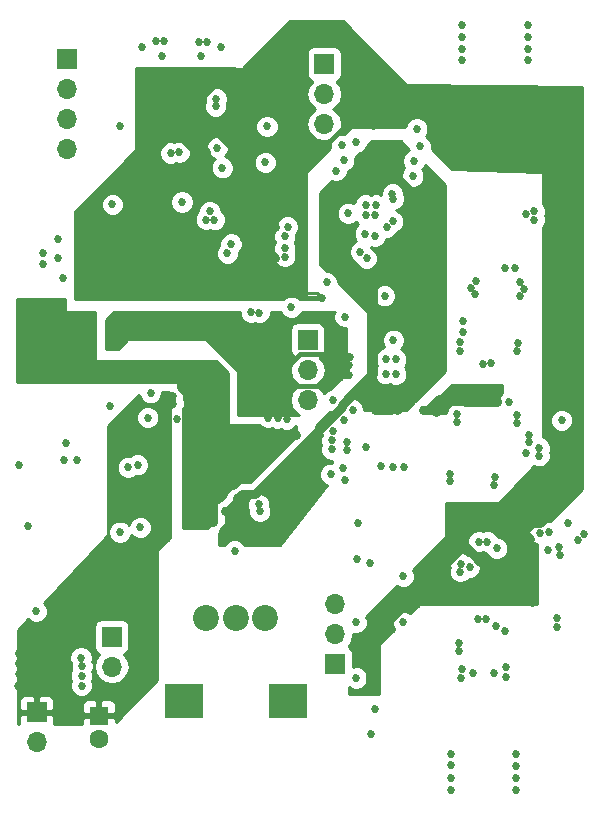
<source format=gbr>
G04 #@! TF.FileFunction,Copper,L3,Inr,Plane*
%FSLAX46Y46*%
G04 Gerber Fmt 4.6, Leading zero omitted, Abs format (unit mm)*
G04 Created by KiCad (PCBNEW 4.0.7) date Sun Apr 15 17:53:05 2018*
%MOMM*%
%LPD*%
G01*
G04 APERTURE LIST*
%ADD10C,0.100000*%
%ADD11R,1.600000X1.600000*%
%ADD12C,1.600000*%
%ADD13R,1.700000X1.700000*%
%ADD14O,1.700000X1.700000*%
%ADD15C,2.200000*%
%ADD16R,3.300000X3.000000*%
%ADD17C,0.685800*%
%ADD18C,0.762000*%
%ADD19C,0.381000*%
%ADD20C,0.250000*%
%ADD21C,0.152400*%
%ADD22C,0.254000*%
G04 APERTURE END LIST*
D10*
D11*
X108950000Y-160150000D03*
D12*
X108950000Y-162150000D03*
D13*
X106250000Y-104580000D03*
D14*
X106250000Y-107120000D03*
X106250000Y-109660000D03*
X106250000Y-112200000D03*
D13*
X110050000Y-153460000D03*
D14*
X110050000Y-156000000D03*
D13*
X103700000Y-159860000D03*
D14*
X103700000Y-162400000D03*
D15*
X120550000Y-151900000D03*
X118050000Y-151900000D03*
X123050000Y-151900000D03*
D16*
X124950000Y-158900000D03*
X116150000Y-158900000D03*
D13*
X128050000Y-104960000D03*
D14*
X128050000Y-107500000D03*
X128050000Y-110040000D03*
D13*
X126644400Y-128333500D03*
D14*
X126644400Y-130873500D03*
X126644400Y-133413500D03*
D13*
X128993900Y-155790900D03*
D14*
X128993900Y-153250900D03*
X128993900Y-150710900D03*
D17*
X143306800Y-153009600D03*
X147750000Y-151900000D03*
X134099300Y-129946400D03*
X133261100Y-131203700D03*
X107117841Y-138482159D03*
X112464190Y-144194645D03*
X109893090Y-133900000D03*
X132337381Y-119552611D03*
X131500000Y-119350000D03*
X131622800Y-121424700D03*
X131102100Y-120878600D03*
X145300000Y-104600000D03*
X145300000Y-103700000D03*
X145300000Y-102700000D03*
X145300000Y-101700000D03*
X139700000Y-103700000D03*
X139700000Y-104600000D03*
X139700000Y-101700000D03*
X139730000Y-102700000D03*
X115600000Y-135000000D03*
X128780473Y-133456934D03*
X128744645Y-136044645D03*
X130450000Y-134250000D03*
X125645302Y-136400000D03*
X113100000Y-134900000D03*
X107550000Y-155950000D03*
X107450000Y-155250000D03*
X144300000Y-166400000D03*
X144300000Y-164400000D03*
X138800000Y-166400000D03*
X138800000Y-165400000D03*
X144300000Y-163400000D03*
X138800000Y-163400000D03*
X144320000Y-165400000D03*
X138780000Y-164300000D03*
X118650000Y-142700000D03*
X118650000Y-143750000D03*
X128600000Y-139700000D03*
X128700000Y-137600000D03*
X128700000Y-136800000D03*
X142650000Y-145950000D03*
X142600000Y-152550000D03*
X141750000Y-151950000D03*
X141100000Y-151950000D03*
X131950000Y-147200000D03*
X130750000Y-152250000D03*
X132300000Y-159600000D03*
X132000000Y-161700000D03*
X146250000Y-138150000D03*
X141850000Y-145400000D03*
X141150000Y-145400000D03*
X139550000Y-147950000D03*
X139600000Y-147300000D03*
X140350000Y-147550000D03*
X139322721Y-134600000D03*
X139322721Y-135300000D03*
X139522721Y-128500000D03*
X139522721Y-129250000D03*
X142450000Y-156550000D03*
X140650000Y-156550000D03*
X139450000Y-154700000D03*
X139450000Y-154000000D03*
X143450000Y-156900000D03*
X143400000Y-156050000D03*
X139600000Y-156950000D03*
X139700000Y-156200000D03*
X124715984Y-121265869D03*
X146315380Y-144676310D03*
X118750000Y-118150000D03*
X118896719Y-107927539D03*
X103100000Y-126250000D03*
X104250000Y-121900000D03*
X104250000Y-121000000D03*
X105500000Y-121400000D03*
X105900000Y-123100000D03*
X108210000Y-126250000D03*
X104250000Y-126250000D03*
X122500000Y-142250000D03*
X122600000Y-142850000D03*
X129719645Y-135069645D03*
X133900000Y-128350000D03*
X133311900Y-129946400D03*
X134099300Y-131229100D03*
X134800000Y-139100000D03*
X133850000Y-139100000D03*
X132850000Y-139000000D03*
X129800000Y-140200000D03*
X129600000Y-139200000D03*
X117950000Y-134450000D03*
X118450000Y-133900000D03*
X117950000Y-133262000D03*
X107500000Y-157600000D03*
X107500000Y-156750000D03*
X124950000Y-118750000D03*
X129050000Y-114000000D03*
X129550000Y-111850000D03*
X136150000Y-111950000D03*
X135550000Y-114450000D03*
X118050000Y-118150000D03*
X118350000Y-117450000D03*
X135621751Y-113178249D03*
X135883883Y-110466117D03*
X133809941Y-115959941D03*
X140500000Y-123900000D03*
X140850000Y-124450000D03*
X140854698Y-123350000D03*
X144650000Y-124650000D03*
X144950000Y-124000000D03*
X144645302Y-123400000D03*
X145800000Y-118150000D03*
X145800000Y-117450000D03*
X145100000Y-117700000D03*
X130000000Y-137650000D03*
X130000000Y-136950000D03*
X131550000Y-137400000D03*
X141450000Y-130350000D03*
X142200000Y-130300000D03*
X144400000Y-129300000D03*
X144450000Y-128550000D03*
X143650000Y-133600000D03*
X147000000Y-146100000D03*
X147750000Y-152600000D03*
X119400000Y-113750000D03*
X119000000Y-112050000D03*
X144200000Y-122250000D03*
X143350000Y-122250000D03*
X148000000Y-146500000D03*
X147950000Y-145850000D03*
X147100000Y-144600000D03*
X150050000Y-144750000D03*
X149550000Y-145250000D03*
X148664214Y-143864214D03*
X148150000Y-135150000D03*
X144400000Y-135350000D03*
X144400000Y-134650000D03*
X145400000Y-137000000D03*
X145350000Y-136350000D03*
X146250000Y-137500000D03*
X145150000Y-137900000D03*
X142450000Y-140600000D03*
X142500000Y-139950000D03*
X138650000Y-140300000D03*
X138650000Y-139650000D03*
X118850000Y-108550000D03*
X117457717Y-103144661D03*
X114455920Y-103021359D03*
X110750000Y-110200000D03*
X115750000Y-112450000D03*
X115050000Y-112500000D03*
X118150000Y-103100000D03*
X119300000Y-103500000D03*
X117600000Y-104250000D03*
X113800000Y-103000000D03*
X124700000Y-120550000D03*
X124700000Y-119550000D03*
X112650000Y-103500000D03*
X114350000Y-104250000D03*
X129700000Y-113100000D03*
X130766058Y-111552120D03*
X133322791Y-118802303D03*
X133850000Y-118300000D03*
X120450000Y-146200000D03*
X113350000Y-132800000D03*
X102240510Y-138900000D03*
X132350000Y-117750000D03*
X131550000Y-117750000D03*
X132400000Y-116900000D03*
X129800000Y-126350000D03*
X133900000Y-116400000D03*
X131550000Y-116900000D03*
X110100000Y-116850000D03*
X105500000Y-119800000D03*
X123200000Y-110250000D03*
X123050000Y-113300000D03*
X116000000Y-116650000D03*
X122550000Y-126020302D03*
X121850000Y-126000000D03*
X119850000Y-121000000D03*
X120150000Y-120200000D03*
X130750000Y-156950000D03*
X145618200Y-150482300D03*
X145050000Y-150400000D03*
X144830800Y-145223690D03*
X145465800Y-145173700D03*
X109300000Y-120850000D03*
X127850000Y-124750000D03*
X131940000Y-157950000D03*
X131940000Y-156050000D03*
X123150000Y-118750000D03*
X123850000Y-118750000D03*
X123850000Y-121400000D03*
X108000000Y-121400000D03*
X109250000Y-121750000D03*
X133150000Y-124600000D03*
X118000000Y-112450000D03*
X117250000Y-112400000D03*
X121100000Y-113300000D03*
X117567909Y-107202247D03*
X119300000Y-106000000D03*
X117600000Y-106150000D03*
X118200000Y-107104698D03*
X112650000Y-106000000D03*
X114350000Y-106150000D03*
X113700000Y-107200000D03*
X114350000Y-107200000D03*
X136410700Y-131229100D03*
X136410700Y-129971800D03*
X128917700Y-120434100D03*
X128498600Y-119862600D03*
X119450000Y-144500000D03*
X120500000Y-144600000D03*
X119600000Y-142850000D03*
X120700000Y-142850000D03*
X134200000Y-134250000D03*
X134278249Y-114521751D03*
X130789796Y-114656388D03*
X134116117Y-112233883D03*
X132200000Y-113600000D03*
X137200000Y-126400000D03*
X136000000Y-126400000D03*
X135572500Y-129946400D03*
X135572500Y-131254500D03*
X132350000Y-133550000D03*
X132350000Y-134250000D03*
X133450000Y-113850000D03*
X133450000Y-113350000D03*
X106006900Y-138493500D03*
X106146600Y-137058400D03*
X112250000Y-138900000D03*
X111436815Y-139103296D03*
X110200000Y-128000000D03*
X110100000Y-127200000D03*
X113650000Y-126200000D03*
X113050000Y-126200000D03*
X130150000Y-131300000D03*
X130150000Y-130450000D03*
X130250000Y-129750000D03*
X123300000Y-134900000D03*
X124100000Y-134950000D03*
X124850000Y-135050000D03*
X114200000Y-144500000D03*
X102200000Y-154800000D03*
X102200000Y-155700000D03*
X114550000Y-133800000D03*
X114500000Y-133100000D03*
X115250000Y-133750000D03*
X115200000Y-133050000D03*
X102150000Y-157650000D03*
X102200000Y-156600000D03*
X125250000Y-125550000D03*
X130067198Y-117602000D03*
X128244600Y-123456700D03*
X134750000Y-152250000D03*
X134750000Y-148350000D03*
X142700000Y-133550000D03*
X137500000Y-134400000D03*
X137450000Y-133650000D03*
X142050000Y-133500000D03*
X136400000Y-134250000D03*
X130800000Y-146900000D03*
X139809330Y-127640670D03*
X130900000Y-143800000D03*
X139800000Y-126750000D03*
X110750000Y-144600000D03*
X103650000Y-151300000D03*
X102950000Y-144100000D03*
D18*
X115950000Y-132300000D02*
X115950000Y-130949700D01*
X115950000Y-130949700D02*
X115950000Y-130450000D01*
X107187700Y-130949700D02*
X115950000Y-130949700D01*
X104250000Y-126250000D02*
X104250000Y-128012000D01*
X104250000Y-128012000D02*
X107187700Y-130949700D01*
X104250000Y-126250000D02*
X108210000Y-126250000D01*
X103100000Y-126250000D02*
X104250000Y-126250000D01*
X124650000Y-136300000D02*
X125545302Y-136300000D01*
X125545302Y-136300000D02*
X125645302Y-136400000D01*
X118650000Y-143750000D02*
X118650000Y-142700000D01*
X118650000Y-142700000D02*
X118650000Y-141800000D01*
X116700000Y-140650000D02*
X119800000Y-140650000D01*
X119800000Y-140650000D02*
X120300000Y-140650000D01*
X118650000Y-141800000D02*
X119800000Y-140650000D01*
X116500000Y-134800000D02*
X116500000Y-140450000D01*
X116500000Y-133700000D02*
X116500000Y-134800000D01*
X117950000Y-133262000D02*
X118962000Y-133262000D01*
X118962000Y-133262000D02*
X119350000Y-132874000D01*
X116912000Y-133262000D02*
X115950000Y-132300000D01*
X116938000Y-133262000D02*
X116912000Y-133262000D01*
X118450000Y-134700000D02*
X120050000Y-136300000D01*
X120050000Y-136300000D02*
X124650000Y-136300000D01*
X118450000Y-133900000D02*
X118450000Y-134700000D01*
X120300000Y-140650000D02*
X124650000Y-136300000D01*
X116500000Y-140450000D02*
X116700000Y-140650000D01*
X116938000Y-133262000D02*
X116500000Y-133700000D01*
X145050000Y-150400000D02*
X145535900Y-150400000D01*
X145535900Y-150400000D02*
X145618200Y-150482300D01*
X141250000Y-147150000D02*
X141800000Y-147150000D01*
X141800000Y-147150000D02*
X145050000Y-150400000D01*
X145465800Y-145173700D02*
X145122901Y-144830801D01*
X145122901Y-144830801D02*
X145092401Y-144830801D01*
X145092401Y-144830801D02*
X144830800Y-144569200D01*
X145600000Y-143800000D02*
X144830800Y-144569200D01*
X144830800Y-144569200D02*
X144830800Y-145223690D01*
D19*
X122779200Y-117200000D02*
X129879200Y-110100000D01*
X129879200Y-110100000D02*
X132150000Y-110100000D01*
X122300000Y-117200000D02*
X122779200Y-117200000D01*
D18*
X109300000Y-120850000D02*
X112400000Y-120850000D01*
X120350000Y-118350000D02*
X122150000Y-118350000D01*
X122150000Y-118350000D02*
X122750000Y-118350000D01*
X122150000Y-118350000D02*
X122150000Y-119700000D01*
X122300000Y-117200000D02*
X123850000Y-118750000D01*
X120350000Y-118350000D02*
X121500000Y-117200000D01*
X121500000Y-117200000D02*
X122300000Y-117200000D01*
X117500000Y-121200000D02*
X120350000Y-118350000D01*
X134050000Y-108200000D02*
X143550000Y-108200000D01*
X132150000Y-110100000D02*
X134050000Y-108200000D01*
X117500000Y-122300000D02*
X119550000Y-124350000D01*
X116050000Y-120850000D02*
X117500000Y-122300000D01*
X117500000Y-122300000D02*
X117500000Y-121200000D01*
X112400000Y-120850000D02*
X116050000Y-120850000D01*
D20*
X119550000Y-124350000D02*
X127450000Y-124350000D01*
X127450000Y-124350000D02*
X127850000Y-124750000D01*
D18*
X149350000Y-114000000D02*
X149350000Y-137200000D01*
X149350000Y-137200000D02*
X149350000Y-139700000D01*
X149350000Y-139700000D02*
X149350000Y-140800000D01*
X149050000Y-139700000D02*
X149350000Y-139700000D01*
X146350000Y-143800000D02*
X149350000Y-140800000D01*
X143550000Y-108200000D02*
X149350000Y-114000000D01*
X112400000Y-120850000D02*
X112400000Y-113500000D01*
X148500000Y-137550000D02*
X143200000Y-142850000D01*
X148500000Y-137200000D02*
X148500000Y-137550000D01*
X148500000Y-137200000D02*
X149350000Y-137200000D01*
X144950000Y-143800000D02*
X149050000Y-139700000D01*
X112400000Y-113500000D02*
X115150000Y-110750000D01*
X139750000Y-142850000D02*
X139903074Y-143003074D01*
X139903074Y-143003074D02*
X139903074Y-145700000D01*
X143200000Y-142850000D02*
X139750000Y-142850000D01*
X141250000Y-147150000D02*
X141250000Y-147046926D01*
X141250000Y-147046926D02*
X139903074Y-145700000D01*
X141250000Y-147150000D02*
X140950000Y-146850000D01*
X131940000Y-154988000D02*
X131940000Y-156050000D01*
X131940000Y-153663074D02*
X131940000Y-154988000D01*
X139903074Y-145700000D02*
X131940000Y-153663074D01*
X122150000Y-119700000D02*
X123850000Y-121400000D01*
X122750000Y-118350000D02*
X123150000Y-118750000D01*
X131940000Y-156050000D02*
X131940000Y-157950000D01*
X145600000Y-143800000D02*
X146350000Y-143800000D01*
X119254698Y-106050000D02*
X119254698Y-106045302D01*
X119254698Y-106045302D02*
X119300000Y-106000000D01*
X118200000Y-107104698D02*
X119254698Y-106050000D01*
X117567909Y-107202247D02*
X117567909Y-106182091D01*
X117567909Y-106182091D02*
X117600000Y-106150000D01*
X113700000Y-107050000D02*
X112650000Y-106000000D01*
X113700000Y-107200000D02*
X113700000Y-107050000D01*
X114350000Y-107200000D02*
X114350000Y-106150000D01*
X115600000Y-110750000D02*
X115600000Y-108450000D01*
X115600000Y-108450000D02*
X114350000Y-107200000D01*
X114350000Y-107200000D02*
X114184933Y-107200000D01*
X114184933Y-107200000D02*
X113700000Y-107200000D01*
X117250000Y-110750000D02*
X119034933Y-110750000D01*
X116300000Y-110750000D02*
X117250000Y-110750000D01*
X117250000Y-110750000D02*
X117600000Y-110400000D01*
X117600000Y-110400000D02*
X117600000Y-107704698D01*
X117600000Y-107704698D02*
X117857101Y-107447597D01*
X117857101Y-107447597D02*
X118200000Y-107104698D01*
X119034933Y-110750000D02*
X121100000Y-112815067D01*
X121100000Y-112815067D02*
X121100000Y-113300000D01*
X115600000Y-110750000D02*
X116300000Y-110750000D01*
X116300000Y-110750000D02*
X118000000Y-112450000D01*
X115150000Y-110750000D02*
X115600000Y-110750000D01*
X115600000Y-110750000D02*
X117250000Y-112400000D01*
X128917700Y-120434100D02*
X128917700Y-120281700D01*
X128917700Y-120281700D02*
X128498600Y-119862600D01*
X129350000Y-123100000D02*
X129350000Y-120866400D01*
X129350000Y-120866400D02*
X128917700Y-120434100D01*
X129573699Y-133829375D02*
X129573699Y-133976301D01*
X121039301Y-141373699D02*
X120700000Y-141713000D01*
X122176301Y-141373699D02*
X121039301Y-141373699D01*
X129573699Y-133976301D02*
X122176301Y-141373699D01*
X132200000Y-131203074D02*
X129573699Y-133829375D01*
X120700000Y-141713000D02*
X120700000Y-142850000D01*
X132200000Y-123100000D02*
X132200000Y-131203074D01*
X120500000Y-143450000D02*
X119450000Y-144500000D01*
X120700000Y-143450000D02*
X120700000Y-144400000D01*
X120700000Y-142850000D02*
X120700000Y-143450000D01*
X120700000Y-143450000D02*
X120500000Y-143450000D01*
X120700000Y-144400000D02*
X120500000Y-144600000D01*
X120700000Y-142850000D02*
X119600000Y-142850000D01*
X132200000Y-123100000D02*
X129350000Y-123100000D01*
X134087000Y-123100000D02*
X132200000Y-123100000D01*
X134100000Y-133550000D02*
X134100000Y-133862000D01*
X134100000Y-133862000D02*
X133712000Y-134250000D01*
X133712000Y-134250000D02*
X132350000Y-134250000D01*
X135950000Y-131700000D02*
X134100000Y-133550000D01*
X134100000Y-133550000D02*
X132350000Y-133550000D01*
X135950000Y-131700000D02*
X135950000Y-132500000D01*
X135950000Y-132500000D02*
X134200000Y-134250000D01*
X133450000Y-113350000D02*
X133792899Y-113692899D01*
X133792899Y-114192899D02*
X135200000Y-115600000D01*
X133792899Y-113692899D02*
X133792899Y-114192899D01*
X135200000Y-119350000D02*
X135200000Y-115600000D01*
X135200000Y-115600000D02*
X133450000Y-113850000D01*
X134087000Y-120463000D02*
X135200000Y-119350000D01*
X134087000Y-123100000D02*
X134087000Y-120463000D01*
X136000000Y-126400000D02*
X136000000Y-125013000D01*
X136000000Y-125013000D02*
X134087000Y-123100000D01*
X136000000Y-126400000D02*
X137200000Y-126400000D01*
X135800000Y-128350000D02*
X135800000Y-126600000D01*
X135800000Y-126600000D02*
X136000000Y-126400000D01*
X136000000Y-129400000D02*
X136000000Y-128550000D01*
X136000000Y-128550000D02*
X135800000Y-128350000D01*
X136000000Y-130600000D02*
X136000000Y-129400000D01*
X135950000Y-131700000D02*
X135950000Y-130650000D01*
X135950000Y-130650000D02*
X136000000Y-130600000D01*
D19*
X128422400Y-129526401D02*
X129541468Y-129526401D01*
X125972199Y-129526401D02*
X128422400Y-129526401D01*
X128422400Y-129526401D02*
X129226401Y-129526401D01*
X129226401Y-129526401D02*
X130150000Y-130450000D01*
X123807164Y-131691436D02*
X125972199Y-129526401D01*
X129765067Y-129750000D02*
X130250000Y-129750000D01*
X129541468Y-129526401D02*
X129765067Y-129750000D01*
X121615200Y-131691436D02*
X116123764Y-126200000D01*
X122643900Y-132720136D02*
X121615200Y-131691436D01*
X121615200Y-131691436D02*
X123807164Y-131691436D01*
X123300000Y-133376236D02*
X122643900Y-132720136D01*
X122643900Y-132720136D02*
X123143437Y-132220599D01*
X123143437Y-132220599D02*
X128496623Y-132220599D01*
X128496623Y-132220599D02*
X129417222Y-131300000D01*
D18*
X110100000Y-127200000D02*
X112050000Y-127200000D01*
X112050000Y-127200000D02*
X113050000Y-126200000D01*
D19*
X114134933Y-126200000D02*
X113650000Y-126200000D01*
X116123764Y-126200000D02*
X114134933Y-126200000D01*
X123300000Y-134900000D02*
X123300000Y-133376236D01*
X124850000Y-134565067D02*
X116484933Y-126200000D01*
X124850000Y-135050000D02*
X124850000Y-134565067D01*
X116484933Y-126200000D02*
X113534933Y-126200000D01*
X113534933Y-126200000D02*
X113050000Y-126200000D01*
X129417222Y-131300000D02*
X129665067Y-131300000D01*
X129665067Y-131300000D02*
X130150000Y-131300000D01*
X111400000Y-126800000D02*
X113050000Y-126800000D01*
X113050000Y-126800000D02*
X113650000Y-126200000D01*
X110200000Y-128000000D02*
X111400000Y-126800000D01*
D18*
X103700000Y-154357101D02*
X102642899Y-154357101D01*
X104342899Y-154357101D02*
X103700000Y-154357101D01*
X103700000Y-154357101D02*
X103542899Y-154357101D01*
X103542899Y-154357101D02*
X102200000Y-155700000D01*
X102642899Y-154357101D02*
X102200000Y-154800000D01*
D19*
X104500000Y-154200000D02*
X114200000Y-144500000D01*
X114200000Y-144500000D02*
X114550000Y-144150000D01*
X115250000Y-133750000D02*
X115250000Y-133100000D01*
X115250000Y-133100000D02*
X115200000Y-133050000D01*
X114550000Y-133800000D02*
X114550000Y-133150000D01*
X114550000Y-133150000D02*
X114500000Y-133100000D01*
X114807101Y-144992899D02*
X103250000Y-156550000D01*
X102200000Y-156600000D02*
X103200000Y-156600000D01*
X103250000Y-156550000D02*
X102150000Y-157650000D01*
X103200000Y-156600000D02*
X103250000Y-156550000D01*
X104342899Y-154357101D02*
X104500000Y-154200000D01*
X114550000Y-144150000D02*
X114550000Y-133800000D01*
X114907101Y-144992899D02*
X114807101Y-144992899D01*
X115250000Y-133750000D02*
X114907101Y-134092899D01*
X114907101Y-134092899D02*
X114907101Y-144992899D01*
D18*
X142050000Y-133500000D02*
X142650000Y-133500000D01*
X142650000Y-133500000D02*
X142700000Y-133550000D01*
X138307101Y-133307101D02*
X138500000Y-133500000D01*
X138500000Y-133500000D02*
X142050000Y-133500000D01*
X137450000Y-133650000D02*
X137792899Y-133307101D01*
X137792899Y-133307101D02*
X138307101Y-133307101D01*
D21*
X137300000Y-133500000D02*
X138500000Y-133500000D01*
D18*
X137500000Y-134400000D02*
X137842899Y-134057101D01*
X137842899Y-134057101D02*
X137942899Y-134057101D01*
X137942899Y-134057101D02*
X138500000Y-133500000D01*
X136400000Y-134250000D02*
X136850000Y-134250000D01*
X136850000Y-134250000D02*
X137450000Y-133650000D01*
D21*
X142700000Y-133550000D02*
X138350000Y-133550000D01*
X138350000Y-133550000D02*
X137500000Y-134400000D01*
X136400000Y-134250000D02*
X136550000Y-134250000D01*
X136550000Y-134250000D02*
X137300000Y-133500000D01*
D22*
G36*
X106073000Y-125800000D02*
X106083006Y-125849410D01*
X106111447Y-125891035D01*
X106153841Y-125918315D01*
X106200000Y-125927000D01*
X108673000Y-125927000D01*
X108673000Y-130000000D01*
X108683006Y-130049410D01*
X108711447Y-130091035D01*
X108753841Y-130118315D01*
X108800000Y-130127000D01*
X118883331Y-130127000D01*
X119873000Y-131116669D01*
X119873000Y-135400000D01*
X119883006Y-135449410D01*
X119911447Y-135491035D01*
X119953841Y-135518315D01*
X120000000Y-135527000D01*
X122544152Y-135527000D01*
X122745341Y-135728540D01*
X123104630Y-135877730D01*
X123493663Y-135878069D01*
X123639708Y-135817725D01*
X123904630Y-135927730D01*
X124293663Y-135928069D01*
X124354291Y-135903018D01*
X124654630Y-136027730D01*
X125043663Y-136028069D01*
X125403212Y-135879507D01*
X125673000Y-135610189D01*
X125673000Y-136440159D01*
X121755461Y-140357699D01*
X121039301Y-140357699D01*
X120715001Y-140422206D01*
X120650494Y-140435037D01*
X120320880Y-140655279D01*
X119981580Y-140994580D01*
X119761338Y-141324193D01*
X119761338Y-141324194D01*
X119727852Y-141492542D01*
X119333355Y-141887039D01*
X119211194Y-141911338D01*
X119049526Y-142019362D01*
X119046788Y-142020493D01*
X119044673Y-142022604D01*
X118881580Y-142131580D01*
X118773556Y-142293249D01*
X118771460Y-142295341D01*
X118770314Y-142298100D01*
X118661338Y-142461194D01*
X118623405Y-142651896D01*
X118622270Y-142654630D01*
X118622267Y-142657616D01*
X118584000Y-142850000D01*
X118621934Y-143040706D01*
X118621931Y-143043663D01*
X118623070Y-143046420D01*
X118661338Y-143238806D01*
X118769362Y-143400474D01*
X118770493Y-143403212D01*
X118772604Y-143405327D01*
X118869721Y-143550673D01*
X118147394Y-144273000D01*
X116127000Y-144273000D01*
X116127000Y-134187954D01*
X116227730Y-133945370D01*
X116228069Y-133556337D01*
X116138559Y-133339705D01*
X116177730Y-133245370D01*
X116178069Y-132856337D01*
X116127000Y-132732740D01*
X116127000Y-132400000D01*
X116116994Y-132350590D01*
X116089803Y-132310197D01*
X115689803Y-131910197D01*
X115647789Y-131882334D01*
X115600000Y-131873000D01*
X102027000Y-131873000D01*
X102027000Y-124827000D01*
X106073000Y-124827000D01*
X106073000Y-125800000D01*
X106073000Y-125800000D01*
G37*
X106073000Y-125800000D02*
X106083006Y-125849410D01*
X106111447Y-125891035D01*
X106153841Y-125918315D01*
X106200000Y-125927000D01*
X108673000Y-125927000D01*
X108673000Y-130000000D01*
X108683006Y-130049410D01*
X108711447Y-130091035D01*
X108753841Y-130118315D01*
X108800000Y-130127000D01*
X118883331Y-130127000D01*
X119873000Y-131116669D01*
X119873000Y-135400000D01*
X119883006Y-135449410D01*
X119911447Y-135491035D01*
X119953841Y-135518315D01*
X120000000Y-135527000D01*
X122544152Y-135527000D01*
X122745341Y-135728540D01*
X123104630Y-135877730D01*
X123493663Y-135878069D01*
X123639708Y-135817725D01*
X123904630Y-135927730D01*
X124293663Y-135928069D01*
X124354291Y-135903018D01*
X124654630Y-136027730D01*
X125043663Y-136028069D01*
X125403212Y-135879507D01*
X125673000Y-135610189D01*
X125673000Y-136440159D01*
X121755461Y-140357699D01*
X121039301Y-140357699D01*
X120715001Y-140422206D01*
X120650494Y-140435037D01*
X120320880Y-140655279D01*
X119981580Y-140994580D01*
X119761338Y-141324193D01*
X119761338Y-141324194D01*
X119727852Y-141492542D01*
X119333355Y-141887039D01*
X119211194Y-141911338D01*
X119049526Y-142019362D01*
X119046788Y-142020493D01*
X119044673Y-142022604D01*
X118881580Y-142131580D01*
X118773556Y-142293249D01*
X118771460Y-142295341D01*
X118770314Y-142298100D01*
X118661338Y-142461194D01*
X118623405Y-142651896D01*
X118622270Y-142654630D01*
X118622267Y-142657616D01*
X118584000Y-142850000D01*
X118621934Y-143040706D01*
X118621931Y-143043663D01*
X118623070Y-143046420D01*
X118661338Y-143238806D01*
X118769362Y-143400474D01*
X118770493Y-143403212D01*
X118772604Y-143405327D01*
X118869721Y-143550673D01*
X118147394Y-144273000D01*
X116127000Y-144273000D01*
X116127000Y-134187954D01*
X116227730Y-133945370D01*
X116228069Y-133556337D01*
X116138559Y-133339705D01*
X116177730Y-133245370D01*
X116178069Y-132856337D01*
X116127000Y-132732740D01*
X116127000Y-132400000D01*
X116116994Y-132350590D01*
X116089803Y-132310197D01*
X115689803Y-131910197D01*
X115647789Y-131882334D01*
X115600000Y-131873000D01*
X102027000Y-131873000D01*
X102027000Y-124827000D01*
X106073000Y-124827000D01*
X106073000Y-125800000D01*
G36*
X120871931Y-126193663D02*
X121020493Y-126553212D01*
X121295341Y-126828540D01*
X121654630Y-126977730D01*
X122043663Y-126978069D01*
X122175433Y-126923623D01*
X122354630Y-126998032D01*
X122743663Y-126998371D01*
X123103212Y-126849809D01*
X123378540Y-126574961D01*
X123527730Y-126215672D01*
X123527982Y-125927000D01*
X124347684Y-125927000D01*
X124420493Y-126103212D01*
X124695341Y-126378540D01*
X125054630Y-126527730D01*
X125443663Y-126528069D01*
X125803212Y-126379507D01*
X126078540Y-126104659D01*
X126152311Y-125927000D01*
X128916790Y-125927000D01*
X128822270Y-126154630D01*
X128821931Y-126543663D01*
X128970493Y-126903212D01*
X129245341Y-127178540D01*
X129604630Y-127327730D01*
X129873000Y-127327964D01*
X129873000Y-129400000D01*
X129883006Y-129449410D01*
X129911447Y-129491035D01*
X129953841Y-129518315D01*
X130000000Y-129527000D01*
X130073000Y-129527000D01*
X130073000Y-131473000D01*
X129600000Y-131473000D01*
X129550590Y-131483006D01*
X129510197Y-131510197D01*
X128509645Y-132510749D01*
X128227261Y-132627427D01*
X128030905Y-132823441D01*
X127723547Y-132363446D01*
X127394374Y-132143500D01*
X127723547Y-131923554D01*
X128045454Y-131441785D01*
X128158493Y-130873500D01*
X128045454Y-130305215D01*
X127723547Y-129823446D01*
X127681948Y-129795650D01*
X127729717Y-129786662D01*
X127945841Y-129647590D01*
X128090831Y-129435390D01*
X128141840Y-129183500D01*
X128141840Y-127483500D01*
X128097562Y-127248183D01*
X127958490Y-127032059D01*
X127746290Y-126887069D01*
X127494400Y-126836060D01*
X125794400Y-126836060D01*
X125559083Y-126880338D01*
X125342959Y-127019410D01*
X125197969Y-127231610D01*
X125146960Y-127483500D01*
X125146960Y-129183500D01*
X125191238Y-129418817D01*
X125330310Y-129634941D01*
X125542510Y-129779931D01*
X125609941Y-129793586D01*
X125565253Y-129823446D01*
X125243346Y-130305215D01*
X125130307Y-130873500D01*
X125243346Y-131441785D01*
X125565253Y-131923554D01*
X125894426Y-132143500D01*
X125565253Y-132363446D01*
X125243346Y-132845215D01*
X125130307Y-133413500D01*
X125243346Y-133981785D01*
X125565253Y-134463554D01*
X125878712Y-134673000D01*
X120727000Y-134673000D01*
X120727000Y-130600000D01*
X120716994Y-130550590D01*
X120689803Y-130510197D01*
X118489803Y-128310197D01*
X118447789Y-128282334D01*
X118400000Y-128273000D01*
X111400000Y-128273000D01*
X111350590Y-128283006D01*
X111310197Y-128310197D01*
X110547394Y-129073000D01*
X109527000Y-129073000D01*
X109527000Y-126652606D01*
X110252606Y-125927000D01*
X120872163Y-125927000D01*
X120871931Y-126193663D01*
X120871931Y-126193663D01*
G37*
X120871931Y-126193663D02*
X121020493Y-126553212D01*
X121295341Y-126828540D01*
X121654630Y-126977730D01*
X122043663Y-126978069D01*
X122175433Y-126923623D01*
X122354630Y-126998032D01*
X122743663Y-126998371D01*
X123103212Y-126849809D01*
X123378540Y-126574961D01*
X123527730Y-126215672D01*
X123527982Y-125927000D01*
X124347684Y-125927000D01*
X124420493Y-126103212D01*
X124695341Y-126378540D01*
X125054630Y-126527730D01*
X125443663Y-126528069D01*
X125803212Y-126379507D01*
X126078540Y-126104659D01*
X126152311Y-125927000D01*
X128916790Y-125927000D01*
X128822270Y-126154630D01*
X128821931Y-126543663D01*
X128970493Y-126903212D01*
X129245341Y-127178540D01*
X129604630Y-127327730D01*
X129873000Y-127327964D01*
X129873000Y-129400000D01*
X129883006Y-129449410D01*
X129911447Y-129491035D01*
X129953841Y-129518315D01*
X130000000Y-129527000D01*
X130073000Y-129527000D01*
X130073000Y-131473000D01*
X129600000Y-131473000D01*
X129550590Y-131483006D01*
X129510197Y-131510197D01*
X128509645Y-132510749D01*
X128227261Y-132627427D01*
X128030905Y-132823441D01*
X127723547Y-132363446D01*
X127394374Y-132143500D01*
X127723547Y-131923554D01*
X128045454Y-131441785D01*
X128158493Y-130873500D01*
X128045454Y-130305215D01*
X127723547Y-129823446D01*
X127681948Y-129795650D01*
X127729717Y-129786662D01*
X127945841Y-129647590D01*
X128090831Y-129435390D01*
X128141840Y-129183500D01*
X128141840Y-127483500D01*
X128097562Y-127248183D01*
X127958490Y-127032059D01*
X127746290Y-126887069D01*
X127494400Y-126836060D01*
X125794400Y-126836060D01*
X125559083Y-126880338D01*
X125342959Y-127019410D01*
X125197969Y-127231610D01*
X125146960Y-127483500D01*
X125146960Y-129183500D01*
X125191238Y-129418817D01*
X125330310Y-129634941D01*
X125542510Y-129779931D01*
X125609941Y-129793586D01*
X125565253Y-129823446D01*
X125243346Y-130305215D01*
X125130307Y-130873500D01*
X125243346Y-131441785D01*
X125565253Y-131923554D01*
X125894426Y-132143500D01*
X125565253Y-132363446D01*
X125243346Y-132845215D01*
X125130307Y-133413500D01*
X125243346Y-133981785D01*
X125565253Y-134463554D01*
X125878712Y-134673000D01*
X120727000Y-134673000D01*
X120727000Y-130600000D01*
X120716994Y-130550590D01*
X120689803Y-130510197D01*
X118489803Y-128310197D01*
X118447789Y-128282334D01*
X118400000Y-128273000D01*
X111400000Y-128273000D01*
X111350590Y-128283006D01*
X111310197Y-128310197D01*
X110547394Y-129073000D01*
X109527000Y-129073000D01*
X109527000Y-126652606D01*
X110252606Y-125927000D01*
X120872163Y-125927000D01*
X120871931Y-126193663D01*
G36*
X128585103Y-134434664D02*
X128971230Y-134435000D01*
X128891105Y-134514986D01*
X128741915Y-134874275D01*
X128741747Y-135066742D01*
X128550982Y-135066576D01*
X128191433Y-135215138D01*
X127916105Y-135489986D01*
X127766915Y-135849275D01*
X127766576Y-136238308D01*
X127820345Y-136368439D01*
X127722270Y-136604630D01*
X127721931Y-136993663D01*
X127807214Y-137200063D01*
X127722270Y-137404630D01*
X127721931Y-137793663D01*
X127870493Y-138153212D01*
X128145341Y-138428540D01*
X128504630Y-138577730D01*
X128673000Y-138577877D01*
X128673000Y-138722163D01*
X128406337Y-138721931D01*
X128046788Y-138870493D01*
X127771460Y-139145341D01*
X127622270Y-139504630D01*
X127621931Y-139893663D01*
X127770493Y-140253212D01*
X128045341Y-140528540D01*
X128297938Y-140633428D01*
X124338274Y-145673000D01*
X121290338Y-145673000D01*
X121279507Y-145646788D01*
X121004659Y-145371460D01*
X120645370Y-145222270D01*
X120256337Y-145221931D01*
X119896788Y-145370493D01*
X119621460Y-145645341D01*
X119609975Y-145673000D01*
X119127000Y-145673000D01*
X119127000Y-144652606D01*
X119195935Y-144583671D01*
X119200474Y-144580638D01*
X119203212Y-144579507D01*
X119205327Y-144577396D01*
X119368420Y-144468420D01*
X119476444Y-144306751D01*
X119478540Y-144304659D01*
X119479686Y-144301900D01*
X119483673Y-144295933D01*
X119689803Y-144089803D01*
X119717666Y-144047789D01*
X119727000Y-144000000D01*
X119727000Y-142652606D01*
X120652606Y-141727000D01*
X121658314Y-141727000D01*
X121522270Y-142054630D01*
X121521931Y-142443663D01*
X121622242Y-142686436D01*
X121621931Y-143043663D01*
X121770493Y-143403212D01*
X122045341Y-143678540D01*
X122404630Y-143827730D01*
X122793663Y-143828069D01*
X123153212Y-143679507D01*
X123428540Y-143404659D01*
X123577730Y-143045370D01*
X123578069Y-142656337D01*
X123477758Y-142413564D01*
X123478069Y-142056337D01*
X123329507Y-141696788D01*
X123054659Y-141421460D01*
X122695370Y-141272270D01*
X122507500Y-141272106D01*
X127289803Y-136489803D01*
X127317666Y-136447789D01*
X127327000Y-136400000D01*
X127327000Y-135652606D01*
X128556725Y-134422881D01*
X128585103Y-134434664D01*
X128585103Y-134434664D01*
G37*
X128585103Y-134434664D02*
X128971230Y-134435000D01*
X128891105Y-134514986D01*
X128741915Y-134874275D01*
X128741747Y-135066742D01*
X128550982Y-135066576D01*
X128191433Y-135215138D01*
X127916105Y-135489986D01*
X127766915Y-135849275D01*
X127766576Y-136238308D01*
X127820345Y-136368439D01*
X127722270Y-136604630D01*
X127721931Y-136993663D01*
X127807214Y-137200063D01*
X127722270Y-137404630D01*
X127721931Y-137793663D01*
X127870493Y-138153212D01*
X128145341Y-138428540D01*
X128504630Y-138577730D01*
X128673000Y-138577877D01*
X128673000Y-138722163D01*
X128406337Y-138721931D01*
X128046788Y-138870493D01*
X127771460Y-139145341D01*
X127622270Y-139504630D01*
X127621931Y-139893663D01*
X127770493Y-140253212D01*
X128045341Y-140528540D01*
X128297938Y-140633428D01*
X124338274Y-145673000D01*
X121290338Y-145673000D01*
X121279507Y-145646788D01*
X121004659Y-145371460D01*
X120645370Y-145222270D01*
X120256337Y-145221931D01*
X119896788Y-145370493D01*
X119621460Y-145645341D01*
X119609975Y-145673000D01*
X119127000Y-145673000D01*
X119127000Y-144652606D01*
X119195935Y-144583671D01*
X119200474Y-144580638D01*
X119203212Y-144579507D01*
X119205327Y-144577396D01*
X119368420Y-144468420D01*
X119476444Y-144306751D01*
X119478540Y-144304659D01*
X119479686Y-144301900D01*
X119483673Y-144295933D01*
X119689803Y-144089803D01*
X119717666Y-144047789D01*
X119727000Y-144000000D01*
X119727000Y-142652606D01*
X120652606Y-141727000D01*
X121658314Y-141727000D01*
X121522270Y-142054630D01*
X121521931Y-142443663D01*
X121622242Y-142686436D01*
X121621931Y-143043663D01*
X121770493Y-143403212D01*
X122045341Y-143678540D01*
X122404630Y-143827730D01*
X122793663Y-143828069D01*
X123153212Y-143679507D01*
X123428540Y-143404659D01*
X123577730Y-143045370D01*
X123578069Y-142656337D01*
X123477758Y-142413564D01*
X123478069Y-142056337D01*
X123329507Y-141696788D01*
X123054659Y-141421460D01*
X122695370Y-141272270D01*
X122507500Y-141272106D01*
X127289803Y-136489803D01*
X127317666Y-136447789D01*
X127327000Y-136400000D01*
X127327000Y-135652606D01*
X128556725Y-134422881D01*
X128585103Y-134434664D01*
G36*
X135177475Y-112157081D02*
X135229233Y-112282345D01*
X135068539Y-112348742D01*
X134793211Y-112623590D01*
X134644021Y-112982879D01*
X134643682Y-113371912D01*
X134792244Y-113731461D01*
X134838854Y-113778152D01*
X134721460Y-113895341D01*
X134572270Y-114254630D01*
X134571931Y-114643663D01*
X134720493Y-115003212D01*
X134995341Y-115278540D01*
X135354630Y-115427730D01*
X135743663Y-115428069D01*
X136103212Y-115279507D01*
X136378540Y-115004659D01*
X136527730Y-114645370D01*
X136528069Y-114256337D01*
X136379507Y-113896788D01*
X136332897Y-113850097D01*
X136450291Y-113732908D01*
X136539196Y-113518802D01*
X138273000Y-115252606D01*
X138273000Y-130947394D01*
X135703381Y-133517013D01*
X135681580Y-133531580D01*
X135667013Y-133553381D01*
X134947394Y-134273000D01*
X131427880Y-134273000D01*
X131428069Y-134056337D01*
X131279507Y-133696788D01*
X131004659Y-133421460D01*
X130645370Y-133272270D01*
X130256337Y-133271931D01*
X129896788Y-133420493D01*
X129758285Y-133558755D01*
X129758542Y-133263271D01*
X129746201Y-133233405D01*
X131582243Y-131397363D01*
X132283031Y-131397363D01*
X132431593Y-131756912D01*
X132706441Y-132032240D01*
X133065730Y-132181430D01*
X133454763Y-132181769D01*
X133649650Y-132101244D01*
X133903930Y-132206830D01*
X134292963Y-132207169D01*
X134652512Y-132058607D01*
X134927840Y-131783759D01*
X135077030Y-131424470D01*
X135077369Y-131035437D01*
X134928807Y-130675888D01*
X134840910Y-130587837D01*
X134927840Y-130501059D01*
X135077030Y-130141770D01*
X135077369Y-129752737D01*
X134928807Y-129393188D01*
X134653959Y-129117860D01*
X134555798Y-129077100D01*
X134728540Y-128904659D01*
X134877730Y-128545370D01*
X134878069Y-128156337D01*
X134729507Y-127796788D01*
X134454659Y-127521460D01*
X134095370Y-127372270D01*
X133706337Y-127371931D01*
X133346788Y-127520493D01*
X133071460Y-127795341D01*
X132922270Y-128154630D01*
X132921931Y-128543663D01*
X133070493Y-128903212D01*
X133135514Y-128968346D01*
X133118237Y-128968331D01*
X132758688Y-129116893D01*
X132483360Y-129391741D01*
X132334170Y-129751030D01*
X132333831Y-130140063D01*
X132482393Y-130499612D01*
X132532234Y-130549540D01*
X132432560Y-130649041D01*
X132283370Y-131008330D01*
X132283031Y-131397363D01*
X131582243Y-131397363D01*
X131689803Y-131289803D01*
X131717666Y-131247789D01*
X131727000Y-131200000D01*
X131727000Y-126000000D01*
X131716994Y-125950590D01*
X131689803Y-125910197D01*
X130573269Y-124793663D01*
X132171931Y-124793663D01*
X132320493Y-125153212D01*
X132595341Y-125428540D01*
X132954630Y-125577730D01*
X133343663Y-125578069D01*
X133703212Y-125429507D01*
X133978540Y-125154659D01*
X134127730Y-124795370D01*
X134128069Y-124406337D01*
X133979507Y-124046788D01*
X133704659Y-123771460D01*
X133345370Y-123622270D01*
X132956337Y-123621931D01*
X132596788Y-123770493D01*
X132321460Y-124045341D01*
X132172270Y-124404630D01*
X132171931Y-124793663D01*
X130573269Y-124793663D01*
X129222512Y-123442906D01*
X129222669Y-123263037D01*
X129074107Y-122903488D01*
X128799259Y-122628160D01*
X128439970Y-122478970D01*
X128258418Y-122478812D01*
X127727000Y-121947394D01*
X127727000Y-117795663D01*
X129089129Y-117795663D01*
X129237691Y-118155212D01*
X129512539Y-118430540D01*
X129871828Y-118579730D01*
X130260861Y-118580069D01*
X130620410Y-118431507D01*
X130734686Y-118317430D01*
X130942083Y-118525189D01*
X130671460Y-118795341D01*
X130522270Y-119154630D01*
X130521931Y-119543663D01*
X130670493Y-119903212D01*
X130738083Y-119970920D01*
X130548888Y-120049093D01*
X130273560Y-120323941D01*
X130124370Y-120683230D01*
X130124031Y-121072263D01*
X130272593Y-121431812D01*
X130547441Y-121707140D01*
X130709159Y-121774291D01*
X130793293Y-121977912D01*
X131068141Y-122253240D01*
X131427430Y-122402430D01*
X131816463Y-122402769D01*
X132176012Y-122254207D01*
X132451340Y-121979359D01*
X132600530Y-121620070D01*
X132600869Y-121231037D01*
X132452307Y-120871488D01*
X132177459Y-120596160D01*
X132015741Y-120529009D01*
X131990254Y-120467326D01*
X132142011Y-120530341D01*
X132531044Y-120530680D01*
X132890593Y-120382118D01*
X133165921Y-120107270D01*
X133301739Y-119780185D01*
X133516454Y-119780372D01*
X133876003Y-119631810D01*
X134151331Y-119356962D01*
X134213173Y-119208029D01*
X134403212Y-119129507D01*
X134678540Y-118854659D01*
X134827730Y-118495370D01*
X134828069Y-118106337D01*
X134679507Y-117746788D01*
X134404659Y-117471460D01*
X134136812Y-117360240D01*
X134453212Y-117229507D01*
X134728540Y-116954659D01*
X134877730Y-116595370D01*
X134878069Y-116206337D01*
X134787817Y-115987909D01*
X134788010Y-115766278D01*
X134639448Y-115406729D01*
X134364600Y-115131401D01*
X134005311Y-114982211D01*
X133616278Y-114981872D01*
X133256729Y-115130434D01*
X132981401Y-115405282D01*
X132832211Y-115764571D01*
X132831988Y-116020522D01*
X132595370Y-115922270D01*
X132206337Y-115921931D01*
X131974875Y-116017569D01*
X131745370Y-115922270D01*
X131356337Y-115921931D01*
X130996788Y-116070493D01*
X130721460Y-116345341D01*
X130572270Y-116704630D01*
X130572228Y-116752852D01*
X130262568Y-116624270D01*
X129873535Y-116623931D01*
X129513986Y-116772493D01*
X129238658Y-117047341D01*
X129089468Y-117406630D01*
X129089129Y-117795663D01*
X127727000Y-117795663D01*
X127727000Y-115852606D01*
X128676035Y-114903571D01*
X128854630Y-114977730D01*
X129243663Y-114978069D01*
X129603212Y-114829507D01*
X129878540Y-114554659D01*
X130027730Y-114195370D01*
X130027881Y-114022612D01*
X130253212Y-113929507D01*
X130528540Y-113654659D01*
X130677730Y-113295370D01*
X130678069Y-112906337D01*
X130676666Y-112902940D01*
X131112575Y-112467031D01*
X131319270Y-112381627D01*
X131594598Y-112106779D01*
X131681067Y-111898539D01*
X132052606Y-111527000D01*
X134547394Y-111527000D01*
X135177475Y-112157081D01*
X135177475Y-112157081D01*
G37*
X135177475Y-112157081D02*
X135229233Y-112282345D01*
X135068539Y-112348742D01*
X134793211Y-112623590D01*
X134644021Y-112982879D01*
X134643682Y-113371912D01*
X134792244Y-113731461D01*
X134838854Y-113778152D01*
X134721460Y-113895341D01*
X134572270Y-114254630D01*
X134571931Y-114643663D01*
X134720493Y-115003212D01*
X134995341Y-115278540D01*
X135354630Y-115427730D01*
X135743663Y-115428069D01*
X136103212Y-115279507D01*
X136378540Y-115004659D01*
X136527730Y-114645370D01*
X136528069Y-114256337D01*
X136379507Y-113896788D01*
X136332897Y-113850097D01*
X136450291Y-113732908D01*
X136539196Y-113518802D01*
X138273000Y-115252606D01*
X138273000Y-130947394D01*
X135703381Y-133517013D01*
X135681580Y-133531580D01*
X135667013Y-133553381D01*
X134947394Y-134273000D01*
X131427880Y-134273000D01*
X131428069Y-134056337D01*
X131279507Y-133696788D01*
X131004659Y-133421460D01*
X130645370Y-133272270D01*
X130256337Y-133271931D01*
X129896788Y-133420493D01*
X129758285Y-133558755D01*
X129758542Y-133263271D01*
X129746201Y-133233405D01*
X131582243Y-131397363D01*
X132283031Y-131397363D01*
X132431593Y-131756912D01*
X132706441Y-132032240D01*
X133065730Y-132181430D01*
X133454763Y-132181769D01*
X133649650Y-132101244D01*
X133903930Y-132206830D01*
X134292963Y-132207169D01*
X134652512Y-132058607D01*
X134927840Y-131783759D01*
X135077030Y-131424470D01*
X135077369Y-131035437D01*
X134928807Y-130675888D01*
X134840910Y-130587837D01*
X134927840Y-130501059D01*
X135077030Y-130141770D01*
X135077369Y-129752737D01*
X134928807Y-129393188D01*
X134653959Y-129117860D01*
X134555798Y-129077100D01*
X134728540Y-128904659D01*
X134877730Y-128545370D01*
X134878069Y-128156337D01*
X134729507Y-127796788D01*
X134454659Y-127521460D01*
X134095370Y-127372270D01*
X133706337Y-127371931D01*
X133346788Y-127520493D01*
X133071460Y-127795341D01*
X132922270Y-128154630D01*
X132921931Y-128543663D01*
X133070493Y-128903212D01*
X133135514Y-128968346D01*
X133118237Y-128968331D01*
X132758688Y-129116893D01*
X132483360Y-129391741D01*
X132334170Y-129751030D01*
X132333831Y-130140063D01*
X132482393Y-130499612D01*
X132532234Y-130549540D01*
X132432560Y-130649041D01*
X132283370Y-131008330D01*
X132283031Y-131397363D01*
X131582243Y-131397363D01*
X131689803Y-131289803D01*
X131717666Y-131247789D01*
X131727000Y-131200000D01*
X131727000Y-126000000D01*
X131716994Y-125950590D01*
X131689803Y-125910197D01*
X130573269Y-124793663D01*
X132171931Y-124793663D01*
X132320493Y-125153212D01*
X132595341Y-125428540D01*
X132954630Y-125577730D01*
X133343663Y-125578069D01*
X133703212Y-125429507D01*
X133978540Y-125154659D01*
X134127730Y-124795370D01*
X134128069Y-124406337D01*
X133979507Y-124046788D01*
X133704659Y-123771460D01*
X133345370Y-123622270D01*
X132956337Y-123621931D01*
X132596788Y-123770493D01*
X132321460Y-124045341D01*
X132172270Y-124404630D01*
X132171931Y-124793663D01*
X130573269Y-124793663D01*
X129222512Y-123442906D01*
X129222669Y-123263037D01*
X129074107Y-122903488D01*
X128799259Y-122628160D01*
X128439970Y-122478970D01*
X128258418Y-122478812D01*
X127727000Y-121947394D01*
X127727000Y-117795663D01*
X129089129Y-117795663D01*
X129237691Y-118155212D01*
X129512539Y-118430540D01*
X129871828Y-118579730D01*
X130260861Y-118580069D01*
X130620410Y-118431507D01*
X130734686Y-118317430D01*
X130942083Y-118525189D01*
X130671460Y-118795341D01*
X130522270Y-119154630D01*
X130521931Y-119543663D01*
X130670493Y-119903212D01*
X130738083Y-119970920D01*
X130548888Y-120049093D01*
X130273560Y-120323941D01*
X130124370Y-120683230D01*
X130124031Y-121072263D01*
X130272593Y-121431812D01*
X130547441Y-121707140D01*
X130709159Y-121774291D01*
X130793293Y-121977912D01*
X131068141Y-122253240D01*
X131427430Y-122402430D01*
X131816463Y-122402769D01*
X132176012Y-122254207D01*
X132451340Y-121979359D01*
X132600530Y-121620070D01*
X132600869Y-121231037D01*
X132452307Y-120871488D01*
X132177459Y-120596160D01*
X132015741Y-120529009D01*
X131990254Y-120467326D01*
X132142011Y-120530341D01*
X132531044Y-120530680D01*
X132890593Y-120382118D01*
X133165921Y-120107270D01*
X133301739Y-119780185D01*
X133516454Y-119780372D01*
X133876003Y-119631810D01*
X134151331Y-119356962D01*
X134213173Y-119208029D01*
X134403212Y-119129507D01*
X134678540Y-118854659D01*
X134827730Y-118495370D01*
X134828069Y-118106337D01*
X134679507Y-117746788D01*
X134404659Y-117471460D01*
X134136812Y-117360240D01*
X134453212Y-117229507D01*
X134728540Y-116954659D01*
X134877730Y-116595370D01*
X134878069Y-116206337D01*
X134787817Y-115987909D01*
X134788010Y-115766278D01*
X134639448Y-115406729D01*
X134364600Y-115131401D01*
X134005311Y-114982211D01*
X133616278Y-114981872D01*
X133256729Y-115130434D01*
X132981401Y-115405282D01*
X132832211Y-115764571D01*
X132831988Y-116020522D01*
X132595370Y-115922270D01*
X132206337Y-115921931D01*
X131974875Y-116017569D01*
X131745370Y-115922270D01*
X131356337Y-115921931D01*
X130996788Y-116070493D01*
X130721460Y-116345341D01*
X130572270Y-116704630D01*
X130572228Y-116752852D01*
X130262568Y-116624270D01*
X129873535Y-116623931D01*
X129513986Y-116772493D01*
X129238658Y-117047341D01*
X129089468Y-117406630D01*
X129089129Y-117795663D01*
X127727000Y-117795663D01*
X127727000Y-115852606D01*
X128676035Y-114903571D01*
X128854630Y-114977730D01*
X129243663Y-114978069D01*
X129603212Y-114829507D01*
X129878540Y-114554659D01*
X130027730Y-114195370D01*
X130027881Y-114022612D01*
X130253212Y-113929507D01*
X130528540Y-113654659D01*
X130677730Y-113295370D01*
X130678069Y-112906337D01*
X130676666Y-112902940D01*
X131112575Y-112467031D01*
X131319270Y-112381627D01*
X131594598Y-112106779D01*
X131681067Y-111898539D01*
X132052606Y-111527000D01*
X134547394Y-111527000D01*
X135177475Y-112157081D01*
G36*
X134974697Y-106706303D02*
X135016711Y-106734166D01*
X135062940Y-106743490D01*
X149873000Y-106925449D01*
X149873000Y-140947394D01*
X147198209Y-143622185D01*
X146906337Y-143621931D01*
X146615531Y-143742089D01*
X146510750Y-143698580D01*
X146121717Y-143698241D01*
X145762168Y-143846803D01*
X145486840Y-144121651D01*
X145337650Y-144480940D01*
X145337311Y-144869973D01*
X145485873Y-145229522D01*
X145760721Y-145504850D01*
X146057075Y-145627907D01*
X146053190Y-145830166D01*
X146022270Y-145904630D01*
X146021931Y-146293663D01*
X146043295Y-146345369D01*
X146024623Y-147317561D01*
X146024641Y-147323214D01*
X146050000Y-148324895D01*
X146050000Y-149910800D01*
X146050013Y-149912589D01*
X146060904Y-150685825D01*
X136143679Y-150710900D01*
X136094294Y-150721031D01*
X136053955Y-150748340D01*
X135344632Y-151461503D01*
X135304659Y-151421460D01*
X134945370Y-151272270D01*
X134556337Y-151271931D01*
X134196788Y-151420493D01*
X133921460Y-151695341D01*
X133772270Y-152054630D01*
X133771931Y-152443663D01*
X133920493Y-152803212D01*
X133965401Y-152848199D01*
X132709955Y-154110440D01*
X132682206Y-154152529D01*
X132673000Y-154200000D01*
X132673000Y-158273000D01*
X130127000Y-158273000D01*
X130127000Y-157710080D01*
X130195341Y-157778540D01*
X130554630Y-157927730D01*
X130943663Y-157928069D01*
X131303212Y-157779507D01*
X131578540Y-157504659D01*
X131727730Y-157145370D01*
X131728069Y-156756337D01*
X131579507Y-156396788D01*
X131304659Y-156121460D01*
X130945370Y-155972270D01*
X130556337Y-155971931D01*
X130491340Y-155998787D01*
X130491340Y-154940900D01*
X130447062Y-154705583D01*
X130307990Y-154489459D01*
X130127000Y-154365794D01*
X130127000Y-154220207D01*
X130394954Y-153819185D01*
X130507993Y-153250900D01*
X130498770Y-153204535D01*
X130554630Y-153227730D01*
X130943663Y-153228069D01*
X131303212Y-153079507D01*
X131578540Y-152804659D01*
X131727730Y-152445370D01*
X131728069Y-152056337D01*
X131609713Y-151769893D01*
X134199386Y-149180220D01*
X134554630Y-149327730D01*
X134943663Y-149328069D01*
X135303212Y-149179507D01*
X135578540Y-148904659D01*
X135727730Y-148545370D01*
X135728069Y-148156337D01*
X135722833Y-148143663D01*
X138571931Y-148143663D01*
X138720493Y-148503212D01*
X138995341Y-148778540D01*
X139354630Y-148927730D01*
X139743663Y-148928069D01*
X140103212Y-148779507D01*
X140355254Y-148527905D01*
X140543663Y-148528069D01*
X140903212Y-148379507D01*
X141178540Y-148104659D01*
X141327730Y-147745370D01*
X141328069Y-147356337D01*
X141179507Y-146996788D01*
X140904659Y-146721460D01*
X140545370Y-146572270D01*
X140255041Y-146572017D01*
X140154659Y-146471460D01*
X139795370Y-146322270D01*
X139406337Y-146321931D01*
X139046788Y-146470493D01*
X138771460Y-146745341D01*
X138622270Y-147104630D01*
X138621931Y-147493663D01*
X138651210Y-147564523D01*
X138572270Y-147754630D01*
X138571931Y-148143663D01*
X135722833Y-148143663D01*
X135580475Y-147799131D01*
X137785943Y-145593663D01*
X140171931Y-145593663D01*
X140320493Y-145953212D01*
X140595341Y-146228540D01*
X140954630Y-146377730D01*
X141343663Y-146378069D01*
X141499940Y-146313497D01*
X141654630Y-146377730D01*
X141768686Y-146377829D01*
X141820493Y-146503212D01*
X142095341Y-146778540D01*
X142454630Y-146927730D01*
X142843663Y-146928069D01*
X143203212Y-146779507D01*
X143478540Y-146504659D01*
X143627730Y-146145370D01*
X143628069Y-145756337D01*
X143479507Y-145396788D01*
X143204659Y-145121460D01*
X142845370Y-144972270D01*
X142731314Y-144972171D01*
X142679507Y-144846788D01*
X142404659Y-144571460D01*
X142045370Y-144422270D01*
X141656337Y-144421931D01*
X141500060Y-144486503D01*
X141345370Y-144422270D01*
X140956337Y-144421931D01*
X140596788Y-144570493D01*
X140321460Y-144845341D01*
X140172270Y-145204630D01*
X140171931Y-145593663D01*
X137785943Y-145593663D01*
X138289803Y-145089803D01*
X138317666Y-145047789D01*
X138327000Y-145000000D01*
X138327000Y-142127000D01*
X142800000Y-142127000D01*
X142849410Y-142116994D01*
X142892196Y-142087344D01*
X145797278Y-139020868D01*
X146054630Y-139127730D01*
X146443663Y-139128069D01*
X146803212Y-138979507D01*
X147078540Y-138704659D01*
X147227730Y-138345370D01*
X147228069Y-137956337D01*
X147173852Y-137825122D01*
X147227730Y-137695370D01*
X147228069Y-137306337D01*
X147079507Y-136946788D01*
X146804659Y-136671460D01*
X146527000Y-136556166D01*
X146527000Y-135343663D01*
X147171931Y-135343663D01*
X147320493Y-135703212D01*
X147595341Y-135978540D01*
X147954630Y-136127730D01*
X148343663Y-136128069D01*
X148703212Y-135979507D01*
X148978540Y-135704659D01*
X149127730Y-135345370D01*
X149128069Y-134956337D01*
X148979507Y-134596788D01*
X148704659Y-134321460D01*
X148345370Y-134172270D01*
X147956337Y-134171931D01*
X147596788Y-134320493D01*
X147321460Y-134595341D01*
X147172270Y-134954630D01*
X147171931Y-135343663D01*
X146527000Y-135343663D01*
X146527000Y-118806022D01*
X146628540Y-118704659D01*
X146777730Y-118345370D01*
X146778069Y-117956337D01*
X146713497Y-117800060D01*
X146777730Y-117645370D01*
X146778069Y-117256337D01*
X146629507Y-116896788D01*
X146527000Y-116794102D01*
X146527000Y-114200000D01*
X146516994Y-114150590D01*
X146488553Y-114108965D01*
X146446159Y-114081685D01*
X146403341Y-114073044D01*
X138853983Y-113874377D01*
X137126922Y-112147316D01*
X137127730Y-112145370D01*
X137128069Y-111756337D01*
X136979507Y-111396788D01*
X136704659Y-111121460D01*
X136638912Y-111094159D01*
X136712423Y-111020776D01*
X136861613Y-110661487D01*
X136861952Y-110272454D01*
X136713390Y-109912905D01*
X136438542Y-109637577D01*
X136079253Y-109488387D01*
X135690220Y-109488048D01*
X135330671Y-109636610D01*
X135055343Y-109911458D01*
X134906153Y-110270747D01*
X134906151Y-110273000D01*
X130400000Y-110273000D01*
X130350590Y-110283006D01*
X130310197Y-110310197D01*
X129747316Y-110873078D01*
X129745370Y-110872270D01*
X129356337Y-110871931D01*
X129243831Y-110918418D01*
X129451054Y-110608285D01*
X129564093Y-110040000D01*
X129451054Y-109471715D01*
X129129147Y-108989946D01*
X128799974Y-108770000D01*
X129129147Y-108550054D01*
X129451054Y-108068285D01*
X129564093Y-107500000D01*
X129451054Y-106931715D01*
X129129147Y-106449946D01*
X129087548Y-106422150D01*
X129135317Y-106413162D01*
X129351441Y-106274090D01*
X129496431Y-106061890D01*
X129547440Y-105810000D01*
X129547440Y-104110000D01*
X129503162Y-103874683D01*
X129364090Y-103658559D01*
X129151890Y-103513569D01*
X128900000Y-103462560D01*
X127200000Y-103462560D01*
X126964683Y-103506838D01*
X126748559Y-103645910D01*
X126603569Y-103858110D01*
X126552560Y-104110000D01*
X126552560Y-105810000D01*
X126596838Y-106045317D01*
X126735910Y-106261441D01*
X126948110Y-106406431D01*
X127015541Y-106420086D01*
X126970853Y-106449946D01*
X126648946Y-106931715D01*
X126535907Y-107500000D01*
X126648946Y-108068285D01*
X126970853Y-108550054D01*
X127300026Y-108770000D01*
X126970853Y-108989946D01*
X126648946Y-109471715D01*
X126535907Y-110040000D01*
X126648946Y-110608285D01*
X126970853Y-111090054D01*
X127452622Y-111411961D01*
X128020907Y-111525000D01*
X128079093Y-111525000D01*
X128647378Y-111411961D01*
X128682887Y-111388235D01*
X128572270Y-111654630D01*
X128571931Y-112043663D01*
X128573334Y-112047060D01*
X126510197Y-114110197D01*
X126482334Y-114152211D01*
X126473000Y-114200000D01*
X126473000Y-124600000D01*
X126483006Y-124649410D01*
X126511447Y-124691035D01*
X126553841Y-124718315D01*
X126600000Y-124727000D01*
X127873000Y-124727000D01*
X127873000Y-124873000D01*
X125955935Y-124873000D01*
X125804659Y-124721460D01*
X125445370Y-124572270D01*
X125056337Y-124571931D01*
X124696788Y-124720493D01*
X124544015Y-124873000D01*
X106927000Y-124873000D01*
X106927000Y-121193663D01*
X118871931Y-121193663D01*
X119020493Y-121553212D01*
X119295341Y-121828540D01*
X119654630Y-121977730D01*
X120043663Y-121978069D01*
X120403212Y-121829507D01*
X120678540Y-121554659D01*
X120827730Y-121195370D01*
X120827983Y-120904953D01*
X120978540Y-120754659D01*
X121127730Y-120395370D01*
X121128069Y-120006337D01*
X121019535Y-119743663D01*
X123721931Y-119743663D01*
X123848635Y-120050311D01*
X123722270Y-120354630D01*
X123721931Y-120743663D01*
X123797762Y-120927188D01*
X123738254Y-121070499D01*
X123737915Y-121459532D01*
X123886477Y-121819081D01*
X124161325Y-122094409D01*
X124520614Y-122243599D01*
X124909647Y-122243938D01*
X125269196Y-122095376D01*
X125544524Y-121820528D01*
X125693714Y-121461239D01*
X125694053Y-121072206D01*
X125618222Y-120888681D01*
X125677730Y-120745370D01*
X125678069Y-120356337D01*
X125551365Y-120049689D01*
X125677730Y-119745370D01*
X125678027Y-119404997D01*
X125778540Y-119304659D01*
X125927730Y-118945370D01*
X125928069Y-118556337D01*
X125779507Y-118196788D01*
X125504659Y-117921460D01*
X125145370Y-117772270D01*
X124756337Y-117771931D01*
X124396788Y-117920493D01*
X124121460Y-118195341D01*
X123972270Y-118554630D01*
X123971973Y-118895003D01*
X123871460Y-118995341D01*
X123722270Y-119354630D01*
X123721931Y-119743663D01*
X121019535Y-119743663D01*
X120979507Y-119646788D01*
X120704659Y-119371460D01*
X120345370Y-119222270D01*
X119956337Y-119221931D01*
X119596788Y-119370493D01*
X119321460Y-119645341D01*
X119172270Y-120004630D01*
X119172017Y-120295047D01*
X119021460Y-120445341D01*
X118872270Y-120804630D01*
X118871931Y-121193663D01*
X106927000Y-121193663D01*
X106927000Y-118343663D01*
X117071931Y-118343663D01*
X117220493Y-118703212D01*
X117495341Y-118978540D01*
X117854630Y-119127730D01*
X118243663Y-119128069D01*
X118399940Y-119063497D01*
X118554630Y-119127730D01*
X118943663Y-119128069D01*
X119303212Y-118979507D01*
X119578540Y-118704659D01*
X119727730Y-118345370D01*
X119728069Y-117956337D01*
X119579507Y-117596788D01*
X119327992Y-117344834D01*
X119328069Y-117256337D01*
X119179507Y-116896788D01*
X118904659Y-116621460D01*
X118545370Y-116472270D01*
X118156337Y-116471931D01*
X117796788Y-116620493D01*
X117521460Y-116895341D01*
X117372270Y-117254630D01*
X117372104Y-117444959D01*
X117221460Y-117595341D01*
X117072270Y-117954630D01*
X117071931Y-118343663D01*
X106927000Y-118343663D01*
X106927000Y-117452606D01*
X107335943Y-117043663D01*
X109121931Y-117043663D01*
X109270493Y-117403212D01*
X109545341Y-117678540D01*
X109904630Y-117827730D01*
X110293663Y-117828069D01*
X110653212Y-117679507D01*
X110928540Y-117404659D01*
X111077730Y-117045370D01*
X111077905Y-116843663D01*
X115021931Y-116843663D01*
X115170493Y-117203212D01*
X115445341Y-117478540D01*
X115804630Y-117627730D01*
X116193663Y-117628069D01*
X116553212Y-117479507D01*
X116828540Y-117204659D01*
X116977730Y-116845370D01*
X116978069Y-116456337D01*
X116829507Y-116096788D01*
X116554659Y-115821460D01*
X116195370Y-115672270D01*
X115806337Y-115671931D01*
X115446788Y-115820493D01*
X115171460Y-116095341D01*
X115022270Y-116454630D01*
X115021931Y-116843663D01*
X111077905Y-116843663D01*
X111078069Y-116656337D01*
X110929507Y-116296788D01*
X110654659Y-116021460D01*
X110295370Y-115872270D01*
X109906337Y-115871931D01*
X109546788Y-116020493D01*
X109271460Y-116295341D01*
X109122270Y-116654630D01*
X109121931Y-117043663D01*
X107335943Y-117043663D01*
X111685943Y-112693663D01*
X114071931Y-112693663D01*
X114220493Y-113053212D01*
X114495341Y-113328540D01*
X114854630Y-113477730D01*
X115243663Y-113478069D01*
X115460295Y-113388559D01*
X115554630Y-113427730D01*
X115943663Y-113428069D01*
X116303212Y-113279507D01*
X116578540Y-113004659D01*
X116727730Y-112645370D01*
X116728069Y-112256337D01*
X116722833Y-112243663D01*
X118021931Y-112243663D01*
X118170493Y-112603212D01*
X118445341Y-112878540D01*
X118758537Y-113008590D01*
X118571460Y-113195341D01*
X118422270Y-113554630D01*
X118421931Y-113943663D01*
X118570493Y-114303212D01*
X118845341Y-114578540D01*
X119204630Y-114727730D01*
X119593663Y-114728069D01*
X119953212Y-114579507D01*
X120228540Y-114304659D01*
X120377730Y-113945370D01*
X120378069Y-113556337D01*
X120352173Y-113493663D01*
X122071931Y-113493663D01*
X122220493Y-113853212D01*
X122495341Y-114128540D01*
X122854630Y-114277730D01*
X123243663Y-114278069D01*
X123603212Y-114129507D01*
X123878540Y-113854659D01*
X124027730Y-113495370D01*
X124028069Y-113106337D01*
X123879507Y-112746788D01*
X123604659Y-112471460D01*
X123245370Y-112322270D01*
X122856337Y-112321931D01*
X122496788Y-112470493D01*
X122221460Y-112745341D01*
X122072270Y-113104630D01*
X122071931Y-113493663D01*
X120352173Y-113493663D01*
X120229507Y-113196788D01*
X119954659Y-112921460D01*
X119641463Y-112791410D01*
X119828540Y-112604659D01*
X119977730Y-112245370D01*
X119978069Y-111856337D01*
X119829507Y-111496788D01*
X119554659Y-111221460D01*
X119195370Y-111072270D01*
X118806337Y-111071931D01*
X118446788Y-111220493D01*
X118171460Y-111495341D01*
X118022270Y-111854630D01*
X118021931Y-112243663D01*
X116722833Y-112243663D01*
X116579507Y-111896788D01*
X116304659Y-111621460D01*
X115945370Y-111472270D01*
X115556337Y-111471931D01*
X115339705Y-111561441D01*
X115245370Y-111522270D01*
X114856337Y-111521931D01*
X114496788Y-111670493D01*
X114221460Y-111945341D01*
X114072270Y-112304630D01*
X114071931Y-112693663D01*
X111685943Y-112693663D01*
X112089803Y-112289803D01*
X112117666Y-112247789D01*
X112127000Y-112200000D01*
X112127000Y-110443663D01*
X122221931Y-110443663D01*
X122370493Y-110803212D01*
X122645341Y-111078540D01*
X123004630Y-111227730D01*
X123393663Y-111228069D01*
X123753212Y-111079507D01*
X124028540Y-110804659D01*
X124177730Y-110445370D01*
X124178069Y-110056337D01*
X124029507Y-109696788D01*
X123754659Y-109421460D01*
X123395370Y-109272270D01*
X123006337Y-109271931D01*
X122646788Y-109420493D01*
X122371460Y-109695341D01*
X122222270Y-110054630D01*
X122221931Y-110443663D01*
X112127000Y-110443663D01*
X112127000Y-108743663D01*
X117871931Y-108743663D01*
X118020493Y-109103212D01*
X118295341Y-109378540D01*
X118654630Y-109527730D01*
X119043663Y-109528069D01*
X119403212Y-109379507D01*
X119678540Y-109104659D01*
X119827730Y-108745370D01*
X119828069Y-108356337D01*
X119802858Y-108295320D01*
X119874449Y-108122909D01*
X119874788Y-107733876D01*
X119726226Y-107374327D01*
X119451378Y-107098999D01*
X119092089Y-106949809D01*
X118703056Y-106949470D01*
X118343507Y-107098032D01*
X118068179Y-107372880D01*
X117918989Y-107732169D01*
X117918650Y-108121202D01*
X117943861Y-108182219D01*
X117872270Y-108354630D01*
X117871931Y-108743663D01*
X112127000Y-108743663D01*
X112127000Y-105327000D01*
X119997359Y-105327000D01*
X121076533Y-105371791D01*
X121126316Y-105363843D01*
X121171744Y-105334561D01*
X125160422Y-101333300D01*
X129601694Y-101333300D01*
X134974697Y-106706303D01*
X134974697Y-106706303D01*
G37*
X134974697Y-106706303D02*
X135016711Y-106734166D01*
X135062940Y-106743490D01*
X149873000Y-106925449D01*
X149873000Y-140947394D01*
X147198209Y-143622185D01*
X146906337Y-143621931D01*
X146615531Y-143742089D01*
X146510750Y-143698580D01*
X146121717Y-143698241D01*
X145762168Y-143846803D01*
X145486840Y-144121651D01*
X145337650Y-144480940D01*
X145337311Y-144869973D01*
X145485873Y-145229522D01*
X145760721Y-145504850D01*
X146057075Y-145627907D01*
X146053190Y-145830166D01*
X146022270Y-145904630D01*
X146021931Y-146293663D01*
X146043295Y-146345369D01*
X146024623Y-147317561D01*
X146024641Y-147323214D01*
X146050000Y-148324895D01*
X146050000Y-149910800D01*
X146050013Y-149912589D01*
X146060904Y-150685825D01*
X136143679Y-150710900D01*
X136094294Y-150721031D01*
X136053955Y-150748340D01*
X135344632Y-151461503D01*
X135304659Y-151421460D01*
X134945370Y-151272270D01*
X134556337Y-151271931D01*
X134196788Y-151420493D01*
X133921460Y-151695341D01*
X133772270Y-152054630D01*
X133771931Y-152443663D01*
X133920493Y-152803212D01*
X133965401Y-152848199D01*
X132709955Y-154110440D01*
X132682206Y-154152529D01*
X132673000Y-154200000D01*
X132673000Y-158273000D01*
X130127000Y-158273000D01*
X130127000Y-157710080D01*
X130195341Y-157778540D01*
X130554630Y-157927730D01*
X130943663Y-157928069D01*
X131303212Y-157779507D01*
X131578540Y-157504659D01*
X131727730Y-157145370D01*
X131728069Y-156756337D01*
X131579507Y-156396788D01*
X131304659Y-156121460D01*
X130945370Y-155972270D01*
X130556337Y-155971931D01*
X130491340Y-155998787D01*
X130491340Y-154940900D01*
X130447062Y-154705583D01*
X130307990Y-154489459D01*
X130127000Y-154365794D01*
X130127000Y-154220207D01*
X130394954Y-153819185D01*
X130507993Y-153250900D01*
X130498770Y-153204535D01*
X130554630Y-153227730D01*
X130943663Y-153228069D01*
X131303212Y-153079507D01*
X131578540Y-152804659D01*
X131727730Y-152445370D01*
X131728069Y-152056337D01*
X131609713Y-151769893D01*
X134199386Y-149180220D01*
X134554630Y-149327730D01*
X134943663Y-149328069D01*
X135303212Y-149179507D01*
X135578540Y-148904659D01*
X135727730Y-148545370D01*
X135728069Y-148156337D01*
X135722833Y-148143663D01*
X138571931Y-148143663D01*
X138720493Y-148503212D01*
X138995341Y-148778540D01*
X139354630Y-148927730D01*
X139743663Y-148928069D01*
X140103212Y-148779507D01*
X140355254Y-148527905D01*
X140543663Y-148528069D01*
X140903212Y-148379507D01*
X141178540Y-148104659D01*
X141327730Y-147745370D01*
X141328069Y-147356337D01*
X141179507Y-146996788D01*
X140904659Y-146721460D01*
X140545370Y-146572270D01*
X140255041Y-146572017D01*
X140154659Y-146471460D01*
X139795370Y-146322270D01*
X139406337Y-146321931D01*
X139046788Y-146470493D01*
X138771460Y-146745341D01*
X138622270Y-147104630D01*
X138621931Y-147493663D01*
X138651210Y-147564523D01*
X138572270Y-147754630D01*
X138571931Y-148143663D01*
X135722833Y-148143663D01*
X135580475Y-147799131D01*
X137785943Y-145593663D01*
X140171931Y-145593663D01*
X140320493Y-145953212D01*
X140595341Y-146228540D01*
X140954630Y-146377730D01*
X141343663Y-146378069D01*
X141499940Y-146313497D01*
X141654630Y-146377730D01*
X141768686Y-146377829D01*
X141820493Y-146503212D01*
X142095341Y-146778540D01*
X142454630Y-146927730D01*
X142843663Y-146928069D01*
X143203212Y-146779507D01*
X143478540Y-146504659D01*
X143627730Y-146145370D01*
X143628069Y-145756337D01*
X143479507Y-145396788D01*
X143204659Y-145121460D01*
X142845370Y-144972270D01*
X142731314Y-144972171D01*
X142679507Y-144846788D01*
X142404659Y-144571460D01*
X142045370Y-144422270D01*
X141656337Y-144421931D01*
X141500060Y-144486503D01*
X141345370Y-144422270D01*
X140956337Y-144421931D01*
X140596788Y-144570493D01*
X140321460Y-144845341D01*
X140172270Y-145204630D01*
X140171931Y-145593663D01*
X137785943Y-145593663D01*
X138289803Y-145089803D01*
X138317666Y-145047789D01*
X138327000Y-145000000D01*
X138327000Y-142127000D01*
X142800000Y-142127000D01*
X142849410Y-142116994D01*
X142892196Y-142087344D01*
X145797278Y-139020868D01*
X146054630Y-139127730D01*
X146443663Y-139128069D01*
X146803212Y-138979507D01*
X147078540Y-138704659D01*
X147227730Y-138345370D01*
X147228069Y-137956337D01*
X147173852Y-137825122D01*
X147227730Y-137695370D01*
X147228069Y-137306337D01*
X147079507Y-136946788D01*
X146804659Y-136671460D01*
X146527000Y-136556166D01*
X146527000Y-135343663D01*
X147171931Y-135343663D01*
X147320493Y-135703212D01*
X147595341Y-135978540D01*
X147954630Y-136127730D01*
X148343663Y-136128069D01*
X148703212Y-135979507D01*
X148978540Y-135704659D01*
X149127730Y-135345370D01*
X149128069Y-134956337D01*
X148979507Y-134596788D01*
X148704659Y-134321460D01*
X148345370Y-134172270D01*
X147956337Y-134171931D01*
X147596788Y-134320493D01*
X147321460Y-134595341D01*
X147172270Y-134954630D01*
X147171931Y-135343663D01*
X146527000Y-135343663D01*
X146527000Y-118806022D01*
X146628540Y-118704659D01*
X146777730Y-118345370D01*
X146778069Y-117956337D01*
X146713497Y-117800060D01*
X146777730Y-117645370D01*
X146778069Y-117256337D01*
X146629507Y-116896788D01*
X146527000Y-116794102D01*
X146527000Y-114200000D01*
X146516994Y-114150590D01*
X146488553Y-114108965D01*
X146446159Y-114081685D01*
X146403341Y-114073044D01*
X138853983Y-113874377D01*
X137126922Y-112147316D01*
X137127730Y-112145370D01*
X137128069Y-111756337D01*
X136979507Y-111396788D01*
X136704659Y-111121460D01*
X136638912Y-111094159D01*
X136712423Y-111020776D01*
X136861613Y-110661487D01*
X136861952Y-110272454D01*
X136713390Y-109912905D01*
X136438542Y-109637577D01*
X136079253Y-109488387D01*
X135690220Y-109488048D01*
X135330671Y-109636610D01*
X135055343Y-109911458D01*
X134906153Y-110270747D01*
X134906151Y-110273000D01*
X130400000Y-110273000D01*
X130350590Y-110283006D01*
X130310197Y-110310197D01*
X129747316Y-110873078D01*
X129745370Y-110872270D01*
X129356337Y-110871931D01*
X129243831Y-110918418D01*
X129451054Y-110608285D01*
X129564093Y-110040000D01*
X129451054Y-109471715D01*
X129129147Y-108989946D01*
X128799974Y-108770000D01*
X129129147Y-108550054D01*
X129451054Y-108068285D01*
X129564093Y-107500000D01*
X129451054Y-106931715D01*
X129129147Y-106449946D01*
X129087548Y-106422150D01*
X129135317Y-106413162D01*
X129351441Y-106274090D01*
X129496431Y-106061890D01*
X129547440Y-105810000D01*
X129547440Y-104110000D01*
X129503162Y-103874683D01*
X129364090Y-103658559D01*
X129151890Y-103513569D01*
X128900000Y-103462560D01*
X127200000Y-103462560D01*
X126964683Y-103506838D01*
X126748559Y-103645910D01*
X126603569Y-103858110D01*
X126552560Y-104110000D01*
X126552560Y-105810000D01*
X126596838Y-106045317D01*
X126735910Y-106261441D01*
X126948110Y-106406431D01*
X127015541Y-106420086D01*
X126970853Y-106449946D01*
X126648946Y-106931715D01*
X126535907Y-107500000D01*
X126648946Y-108068285D01*
X126970853Y-108550054D01*
X127300026Y-108770000D01*
X126970853Y-108989946D01*
X126648946Y-109471715D01*
X126535907Y-110040000D01*
X126648946Y-110608285D01*
X126970853Y-111090054D01*
X127452622Y-111411961D01*
X128020907Y-111525000D01*
X128079093Y-111525000D01*
X128647378Y-111411961D01*
X128682887Y-111388235D01*
X128572270Y-111654630D01*
X128571931Y-112043663D01*
X128573334Y-112047060D01*
X126510197Y-114110197D01*
X126482334Y-114152211D01*
X126473000Y-114200000D01*
X126473000Y-124600000D01*
X126483006Y-124649410D01*
X126511447Y-124691035D01*
X126553841Y-124718315D01*
X126600000Y-124727000D01*
X127873000Y-124727000D01*
X127873000Y-124873000D01*
X125955935Y-124873000D01*
X125804659Y-124721460D01*
X125445370Y-124572270D01*
X125056337Y-124571931D01*
X124696788Y-124720493D01*
X124544015Y-124873000D01*
X106927000Y-124873000D01*
X106927000Y-121193663D01*
X118871931Y-121193663D01*
X119020493Y-121553212D01*
X119295341Y-121828540D01*
X119654630Y-121977730D01*
X120043663Y-121978069D01*
X120403212Y-121829507D01*
X120678540Y-121554659D01*
X120827730Y-121195370D01*
X120827983Y-120904953D01*
X120978540Y-120754659D01*
X121127730Y-120395370D01*
X121128069Y-120006337D01*
X121019535Y-119743663D01*
X123721931Y-119743663D01*
X123848635Y-120050311D01*
X123722270Y-120354630D01*
X123721931Y-120743663D01*
X123797762Y-120927188D01*
X123738254Y-121070499D01*
X123737915Y-121459532D01*
X123886477Y-121819081D01*
X124161325Y-122094409D01*
X124520614Y-122243599D01*
X124909647Y-122243938D01*
X125269196Y-122095376D01*
X125544524Y-121820528D01*
X125693714Y-121461239D01*
X125694053Y-121072206D01*
X125618222Y-120888681D01*
X125677730Y-120745370D01*
X125678069Y-120356337D01*
X125551365Y-120049689D01*
X125677730Y-119745370D01*
X125678027Y-119404997D01*
X125778540Y-119304659D01*
X125927730Y-118945370D01*
X125928069Y-118556337D01*
X125779507Y-118196788D01*
X125504659Y-117921460D01*
X125145370Y-117772270D01*
X124756337Y-117771931D01*
X124396788Y-117920493D01*
X124121460Y-118195341D01*
X123972270Y-118554630D01*
X123971973Y-118895003D01*
X123871460Y-118995341D01*
X123722270Y-119354630D01*
X123721931Y-119743663D01*
X121019535Y-119743663D01*
X120979507Y-119646788D01*
X120704659Y-119371460D01*
X120345370Y-119222270D01*
X119956337Y-119221931D01*
X119596788Y-119370493D01*
X119321460Y-119645341D01*
X119172270Y-120004630D01*
X119172017Y-120295047D01*
X119021460Y-120445341D01*
X118872270Y-120804630D01*
X118871931Y-121193663D01*
X106927000Y-121193663D01*
X106927000Y-118343663D01*
X117071931Y-118343663D01*
X117220493Y-118703212D01*
X117495341Y-118978540D01*
X117854630Y-119127730D01*
X118243663Y-119128069D01*
X118399940Y-119063497D01*
X118554630Y-119127730D01*
X118943663Y-119128069D01*
X119303212Y-118979507D01*
X119578540Y-118704659D01*
X119727730Y-118345370D01*
X119728069Y-117956337D01*
X119579507Y-117596788D01*
X119327992Y-117344834D01*
X119328069Y-117256337D01*
X119179507Y-116896788D01*
X118904659Y-116621460D01*
X118545370Y-116472270D01*
X118156337Y-116471931D01*
X117796788Y-116620493D01*
X117521460Y-116895341D01*
X117372270Y-117254630D01*
X117372104Y-117444959D01*
X117221460Y-117595341D01*
X117072270Y-117954630D01*
X117071931Y-118343663D01*
X106927000Y-118343663D01*
X106927000Y-117452606D01*
X107335943Y-117043663D01*
X109121931Y-117043663D01*
X109270493Y-117403212D01*
X109545341Y-117678540D01*
X109904630Y-117827730D01*
X110293663Y-117828069D01*
X110653212Y-117679507D01*
X110928540Y-117404659D01*
X111077730Y-117045370D01*
X111077905Y-116843663D01*
X115021931Y-116843663D01*
X115170493Y-117203212D01*
X115445341Y-117478540D01*
X115804630Y-117627730D01*
X116193663Y-117628069D01*
X116553212Y-117479507D01*
X116828540Y-117204659D01*
X116977730Y-116845370D01*
X116978069Y-116456337D01*
X116829507Y-116096788D01*
X116554659Y-115821460D01*
X116195370Y-115672270D01*
X115806337Y-115671931D01*
X115446788Y-115820493D01*
X115171460Y-116095341D01*
X115022270Y-116454630D01*
X115021931Y-116843663D01*
X111077905Y-116843663D01*
X111078069Y-116656337D01*
X110929507Y-116296788D01*
X110654659Y-116021460D01*
X110295370Y-115872270D01*
X109906337Y-115871931D01*
X109546788Y-116020493D01*
X109271460Y-116295341D01*
X109122270Y-116654630D01*
X109121931Y-117043663D01*
X107335943Y-117043663D01*
X111685943Y-112693663D01*
X114071931Y-112693663D01*
X114220493Y-113053212D01*
X114495341Y-113328540D01*
X114854630Y-113477730D01*
X115243663Y-113478069D01*
X115460295Y-113388559D01*
X115554630Y-113427730D01*
X115943663Y-113428069D01*
X116303212Y-113279507D01*
X116578540Y-113004659D01*
X116727730Y-112645370D01*
X116728069Y-112256337D01*
X116722833Y-112243663D01*
X118021931Y-112243663D01*
X118170493Y-112603212D01*
X118445341Y-112878540D01*
X118758537Y-113008590D01*
X118571460Y-113195341D01*
X118422270Y-113554630D01*
X118421931Y-113943663D01*
X118570493Y-114303212D01*
X118845341Y-114578540D01*
X119204630Y-114727730D01*
X119593663Y-114728069D01*
X119953212Y-114579507D01*
X120228540Y-114304659D01*
X120377730Y-113945370D01*
X120378069Y-113556337D01*
X120352173Y-113493663D01*
X122071931Y-113493663D01*
X122220493Y-113853212D01*
X122495341Y-114128540D01*
X122854630Y-114277730D01*
X123243663Y-114278069D01*
X123603212Y-114129507D01*
X123878540Y-113854659D01*
X124027730Y-113495370D01*
X124028069Y-113106337D01*
X123879507Y-112746788D01*
X123604659Y-112471460D01*
X123245370Y-112322270D01*
X122856337Y-112321931D01*
X122496788Y-112470493D01*
X122221460Y-112745341D01*
X122072270Y-113104630D01*
X122071931Y-113493663D01*
X120352173Y-113493663D01*
X120229507Y-113196788D01*
X119954659Y-112921460D01*
X119641463Y-112791410D01*
X119828540Y-112604659D01*
X119977730Y-112245370D01*
X119978069Y-111856337D01*
X119829507Y-111496788D01*
X119554659Y-111221460D01*
X119195370Y-111072270D01*
X118806337Y-111071931D01*
X118446788Y-111220493D01*
X118171460Y-111495341D01*
X118022270Y-111854630D01*
X118021931Y-112243663D01*
X116722833Y-112243663D01*
X116579507Y-111896788D01*
X116304659Y-111621460D01*
X115945370Y-111472270D01*
X115556337Y-111471931D01*
X115339705Y-111561441D01*
X115245370Y-111522270D01*
X114856337Y-111521931D01*
X114496788Y-111670493D01*
X114221460Y-111945341D01*
X114072270Y-112304630D01*
X114071931Y-112693663D01*
X111685943Y-112693663D01*
X112089803Y-112289803D01*
X112117666Y-112247789D01*
X112127000Y-112200000D01*
X112127000Y-110443663D01*
X122221931Y-110443663D01*
X122370493Y-110803212D01*
X122645341Y-111078540D01*
X123004630Y-111227730D01*
X123393663Y-111228069D01*
X123753212Y-111079507D01*
X124028540Y-110804659D01*
X124177730Y-110445370D01*
X124178069Y-110056337D01*
X124029507Y-109696788D01*
X123754659Y-109421460D01*
X123395370Y-109272270D01*
X123006337Y-109271931D01*
X122646788Y-109420493D01*
X122371460Y-109695341D01*
X122222270Y-110054630D01*
X122221931Y-110443663D01*
X112127000Y-110443663D01*
X112127000Y-108743663D01*
X117871931Y-108743663D01*
X118020493Y-109103212D01*
X118295341Y-109378540D01*
X118654630Y-109527730D01*
X119043663Y-109528069D01*
X119403212Y-109379507D01*
X119678540Y-109104659D01*
X119827730Y-108745370D01*
X119828069Y-108356337D01*
X119802858Y-108295320D01*
X119874449Y-108122909D01*
X119874788Y-107733876D01*
X119726226Y-107374327D01*
X119451378Y-107098999D01*
X119092089Y-106949809D01*
X118703056Y-106949470D01*
X118343507Y-107098032D01*
X118068179Y-107372880D01*
X117918989Y-107732169D01*
X117918650Y-108121202D01*
X117943861Y-108182219D01*
X117872270Y-108354630D01*
X117871931Y-108743663D01*
X112127000Y-108743663D01*
X112127000Y-105327000D01*
X119997359Y-105327000D01*
X121076533Y-105371791D01*
X121126316Y-105363843D01*
X121171744Y-105334561D01*
X125160422Y-101333300D01*
X129601694Y-101333300D01*
X134974697Y-106706303D01*
G36*
X143073000Y-132794240D02*
X142821460Y-133045341D01*
X142672270Y-133404630D01*
X142671931Y-133793663D01*
X142704712Y-133873000D01*
X139978743Y-133873000D01*
X139877380Y-133771460D01*
X139518091Y-133622270D01*
X139129058Y-133621931D01*
X138769509Y-133770493D01*
X138494181Y-134045341D01*
X138344991Y-134404630D01*
X138344931Y-134473000D01*
X136927000Y-134473000D01*
X136927000Y-134052606D01*
X138852606Y-132127000D01*
X143073000Y-132127000D01*
X143073000Y-132794240D01*
X143073000Y-132794240D01*
G37*
X143073000Y-132794240D02*
X142821460Y-133045341D01*
X142672270Y-133404630D01*
X142671931Y-133793663D01*
X142704712Y-133873000D01*
X139978743Y-133873000D01*
X139877380Y-133771460D01*
X139518091Y-133622270D01*
X139129058Y-133621931D01*
X138769509Y-133770493D01*
X138494181Y-134045341D01*
X138344991Y-134404630D01*
X138344931Y-134473000D01*
X136927000Y-134473000D01*
X136927000Y-134052606D01*
X138852606Y-132127000D01*
X143073000Y-132127000D01*
X143073000Y-132794240D01*
G36*
X114873000Y-134343978D02*
X114771460Y-134445341D01*
X114622270Y-134804630D01*
X114621931Y-135193663D01*
X114770493Y-135553212D01*
X114873000Y-135655898D01*
X114873000Y-145147394D01*
X113910197Y-146110197D01*
X113882334Y-146152211D01*
X113873000Y-146200000D01*
X113873000Y-157147394D01*
X110385000Y-160635394D01*
X110385000Y-160435750D01*
X110226250Y-160277000D01*
X109077000Y-160277000D01*
X109077000Y-160297000D01*
X108823000Y-160297000D01*
X108823000Y-160277000D01*
X107673750Y-160277000D01*
X107515000Y-160435750D01*
X107515000Y-160873000D01*
X105169802Y-160873000D01*
X105185000Y-160836310D01*
X105185000Y-160145750D01*
X105026250Y-159987000D01*
X103827000Y-159987000D01*
X103827000Y-160007000D01*
X103573000Y-160007000D01*
X103573000Y-159987000D01*
X102373750Y-159987000D01*
X102215000Y-160145750D01*
X102215000Y-160836310D01*
X102230198Y-160873000D01*
X102127000Y-160873000D01*
X102127000Y-158883690D01*
X102215000Y-158883690D01*
X102215000Y-159574250D01*
X102373750Y-159733000D01*
X103573000Y-159733000D01*
X103573000Y-158533750D01*
X103827000Y-158533750D01*
X103827000Y-159733000D01*
X105026250Y-159733000D01*
X105185000Y-159574250D01*
X105185000Y-159223691D01*
X107515000Y-159223691D01*
X107515000Y-159864250D01*
X107673750Y-160023000D01*
X108823000Y-160023000D01*
X108823000Y-158873750D01*
X109077000Y-158873750D01*
X109077000Y-160023000D01*
X110226250Y-160023000D01*
X110385000Y-159864250D01*
X110385000Y-159223691D01*
X110288327Y-158990302D01*
X110109699Y-158811673D01*
X109876310Y-158715000D01*
X109235750Y-158715000D01*
X109077000Y-158873750D01*
X108823000Y-158873750D01*
X108664250Y-158715000D01*
X108023690Y-158715000D01*
X107790301Y-158811673D01*
X107611673Y-158990302D01*
X107515000Y-159223691D01*
X105185000Y-159223691D01*
X105185000Y-158883690D01*
X105088327Y-158650301D01*
X104909698Y-158471673D01*
X104676309Y-158375000D01*
X103985750Y-158375000D01*
X103827000Y-158533750D01*
X103573000Y-158533750D01*
X103414250Y-158375000D01*
X102723691Y-158375000D01*
X102490302Y-158471673D01*
X102311673Y-158650301D01*
X102215000Y-158883690D01*
X102127000Y-158883690D01*
X102127000Y-155443663D01*
X106471931Y-155443663D01*
X106586379Y-155720651D01*
X106572270Y-155754630D01*
X106571931Y-156143663D01*
X106632275Y-156289708D01*
X106522270Y-156554630D01*
X106521931Y-156943663D01*
X106617569Y-157175125D01*
X106522270Y-157404630D01*
X106521931Y-157793663D01*
X106670493Y-158153212D01*
X106945341Y-158428540D01*
X107304630Y-158577730D01*
X107693663Y-158578069D01*
X108053212Y-158429507D01*
X108328540Y-158154659D01*
X108477730Y-157795370D01*
X108478069Y-157406337D01*
X108382431Y-157174875D01*
X108477730Y-156945370D01*
X108478069Y-156556337D01*
X108417725Y-156410292D01*
X108527730Y-156145370D01*
X108527856Y-156000000D01*
X108535907Y-156000000D01*
X108648946Y-156568285D01*
X108970853Y-157050054D01*
X109452622Y-157371961D01*
X110020907Y-157485000D01*
X110079093Y-157485000D01*
X110647378Y-157371961D01*
X111129147Y-157050054D01*
X111451054Y-156568285D01*
X111564093Y-156000000D01*
X111451054Y-155431715D01*
X111129147Y-154949946D01*
X111087548Y-154922150D01*
X111135317Y-154913162D01*
X111351441Y-154774090D01*
X111496431Y-154561890D01*
X111547440Y-154310000D01*
X111547440Y-152610000D01*
X111503162Y-152374683D01*
X111364090Y-152158559D01*
X111151890Y-152013569D01*
X110900000Y-151962560D01*
X109200000Y-151962560D01*
X108964683Y-152006838D01*
X108748559Y-152145910D01*
X108603569Y-152358110D01*
X108552560Y-152610000D01*
X108552560Y-154310000D01*
X108596838Y-154545317D01*
X108735910Y-154761441D01*
X108948110Y-154906431D01*
X109015541Y-154920086D01*
X108970853Y-154949946D01*
X108648946Y-155431715D01*
X108535907Y-156000000D01*
X108527856Y-156000000D01*
X108528069Y-155756337D01*
X108413621Y-155479349D01*
X108427730Y-155445370D01*
X108428069Y-155056337D01*
X108279507Y-154696788D01*
X108004659Y-154421460D01*
X107645370Y-154272270D01*
X107256337Y-154271931D01*
X106896788Y-154420493D01*
X106621460Y-154695341D01*
X106472270Y-155054630D01*
X106471931Y-155443663D01*
X102127000Y-155443663D01*
X102127000Y-152850708D01*
X102950704Y-151983651D01*
X103095341Y-152128540D01*
X103454630Y-152277730D01*
X103843663Y-152278069D01*
X104203212Y-152129507D01*
X104478540Y-151854659D01*
X104627730Y-151495370D01*
X104628069Y-151106337D01*
X104479507Y-150746788D01*
X104298234Y-150565198D01*
X109692075Y-144887471D01*
X109718852Y-144844757D01*
X109727000Y-144800000D01*
X109727000Y-144793663D01*
X109771931Y-144793663D01*
X109920493Y-145153212D01*
X110195341Y-145428540D01*
X110554630Y-145577730D01*
X110943663Y-145578069D01*
X111303212Y-145429507D01*
X111578540Y-145154659D01*
X111714329Y-144827642D01*
X111909531Y-145023185D01*
X112268820Y-145172375D01*
X112657853Y-145172714D01*
X113017402Y-145024152D01*
X113292730Y-144749304D01*
X113441920Y-144390015D01*
X113442259Y-144000982D01*
X113293697Y-143641433D01*
X113018849Y-143366105D01*
X112659560Y-143216915D01*
X112270527Y-143216576D01*
X111910978Y-143365138D01*
X111635650Y-143639986D01*
X111499861Y-143967003D01*
X111304659Y-143771460D01*
X110945370Y-143622270D01*
X110556337Y-143621931D01*
X110196788Y-143770493D01*
X109921460Y-144045341D01*
X109772270Y-144404630D01*
X109771931Y-144793663D01*
X109727000Y-144793663D01*
X109727000Y-139296959D01*
X110458746Y-139296959D01*
X110607308Y-139656508D01*
X110882156Y-139931836D01*
X111241445Y-140081026D01*
X111630478Y-140081365D01*
X111990027Y-139932803D01*
X112047968Y-139874963D01*
X112054630Y-139877730D01*
X112443663Y-139878069D01*
X112803212Y-139729507D01*
X113078540Y-139454659D01*
X113227730Y-139095370D01*
X113228069Y-138706337D01*
X113079507Y-138346788D01*
X112804659Y-138071460D01*
X112445370Y-137922270D01*
X112056337Y-137921931D01*
X111696788Y-138070493D01*
X111638847Y-138128333D01*
X111632185Y-138125566D01*
X111243152Y-138125227D01*
X110883603Y-138273789D01*
X110608275Y-138548637D01*
X110459085Y-138907926D01*
X110458746Y-139296959D01*
X109727000Y-139296959D01*
X109727000Y-135652606D01*
X110285943Y-135093663D01*
X112121931Y-135093663D01*
X112270493Y-135453212D01*
X112545341Y-135728540D01*
X112904630Y-135877730D01*
X113293663Y-135878069D01*
X113653212Y-135729507D01*
X113928540Y-135454659D01*
X114077730Y-135095370D01*
X114078069Y-134706337D01*
X113929507Y-134346788D01*
X113654659Y-134071460D01*
X113295370Y-133922270D01*
X112906337Y-133921931D01*
X112546788Y-134070493D01*
X112271460Y-134345341D01*
X112122270Y-134704630D01*
X112121931Y-135093663D01*
X110285943Y-135093663D01*
X112376028Y-133003578D01*
X112520493Y-133353212D01*
X112795341Y-133628540D01*
X113154630Y-133777730D01*
X113543663Y-133778069D01*
X113903212Y-133629507D01*
X114178540Y-133354659D01*
X114327730Y-132995370D01*
X114327964Y-132727000D01*
X114873000Y-132727000D01*
X114873000Y-134343978D01*
X114873000Y-134343978D01*
G37*
X114873000Y-134343978D02*
X114771460Y-134445341D01*
X114622270Y-134804630D01*
X114621931Y-135193663D01*
X114770493Y-135553212D01*
X114873000Y-135655898D01*
X114873000Y-145147394D01*
X113910197Y-146110197D01*
X113882334Y-146152211D01*
X113873000Y-146200000D01*
X113873000Y-157147394D01*
X110385000Y-160635394D01*
X110385000Y-160435750D01*
X110226250Y-160277000D01*
X109077000Y-160277000D01*
X109077000Y-160297000D01*
X108823000Y-160297000D01*
X108823000Y-160277000D01*
X107673750Y-160277000D01*
X107515000Y-160435750D01*
X107515000Y-160873000D01*
X105169802Y-160873000D01*
X105185000Y-160836310D01*
X105185000Y-160145750D01*
X105026250Y-159987000D01*
X103827000Y-159987000D01*
X103827000Y-160007000D01*
X103573000Y-160007000D01*
X103573000Y-159987000D01*
X102373750Y-159987000D01*
X102215000Y-160145750D01*
X102215000Y-160836310D01*
X102230198Y-160873000D01*
X102127000Y-160873000D01*
X102127000Y-158883690D01*
X102215000Y-158883690D01*
X102215000Y-159574250D01*
X102373750Y-159733000D01*
X103573000Y-159733000D01*
X103573000Y-158533750D01*
X103827000Y-158533750D01*
X103827000Y-159733000D01*
X105026250Y-159733000D01*
X105185000Y-159574250D01*
X105185000Y-159223691D01*
X107515000Y-159223691D01*
X107515000Y-159864250D01*
X107673750Y-160023000D01*
X108823000Y-160023000D01*
X108823000Y-158873750D01*
X109077000Y-158873750D01*
X109077000Y-160023000D01*
X110226250Y-160023000D01*
X110385000Y-159864250D01*
X110385000Y-159223691D01*
X110288327Y-158990302D01*
X110109699Y-158811673D01*
X109876310Y-158715000D01*
X109235750Y-158715000D01*
X109077000Y-158873750D01*
X108823000Y-158873750D01*
X108664250Y-158715000D01*
X108023690Y-158715000D01*
X107790301Y-158811673D01*
X107611673Y-158990302D01*
X107515000Y-159223691D01*
X105185000Y-159223691D01*
X105185000Y-158883690D01*
X105088327Y-158650301D01*
X104909698Y-158471673D01*
X104676309Y-158375000D01*
X103985750Y-158375000D01*
X103827000Y-158533750D01*
X103573000Y-158533750D01*
X103414250Y-158375000D01*
X102723691Y-158375000D01*
X102490302Y-158471673D01*
X102311673Y-158650301D01*
X102215000Y-158883690D01*
X102127000Y-158883690D01*
X102127000Y-155443663D01*
X106471931Y-155443663D01*
X106586379Y-155720651D01*
X106572270Y-155754630D01*
X106571931Y-156143663D01*
X106632275Y-156289708D01*
X106522270Y-156554630D01*
X106521931Y-156943663D01*
X106617569Y-157175125D01*
X106522270Y-157404630D01*
X106521931Y-157793663D01*
X106670493Y-158153212D01*
X106945341Y-158428540D01*
X107304630Y-158577730D01*
X107693663Y-158578069D01*
X108053212Y-158429507D01*
X108328540Y-158154659D01*
X108477730Y-157795370D01*
X108478069Y-157406337D01*
X108382431Y-157174875D01*
X108477730Y-156945370D01*
X108478069Y-156556337D01*
X108417725Y-156410292D01*
X108527730Y-156145370D01*
X108527856Y-156000000D01*
X108535907Y-156000000D01*
X108648946Y-156568285D01*
X108970853Y-157050054D01*
X109452622Y-157371961D01*
X110020907Y-157485000D01*
X110079093Y-157485000D01*
X110647378Y-157371961D01*
X111129147Y-157050054D01*
X111451054Y-156568285D01*
X111564093Y-156000000D01*
X111451054Y-155431715D01*
X111129147Y-154949946D01*
X111087548Y-154922150D01*
X111135317Y-154913162D01*
X111351441Y-154774090D01*
X111496431Y-154561890D01*
X111547440Y-154310000D01*
X111547440Y-152610000D01*
X111503162Y-152374683D01*
X111364090Y-152158559D01*
X111151890Y-152013569D01*
X110900000Y-151962560D01*
X109200000Y-151962560D01*
X108964683Y-152006838D01*
X108748559Y-152145910D01*
X108603569Y-152358110D01*
X108552560Y-152610000D01*
X108552560Y-154310000D01*
X108596838Y-154545317D01*
X108735910Y-154761441D01*
X108948110Y-154906431D01*
X109015541Y-154920086D01*
X108970853Y-154949946D01*
X108648946Y-155431715D01*
X108535907Y-156000000D01*
X108527856Y-156000000D01*
X108528069Y-155756337D01*
X108413621Y-155479349D01*
X108427730Y-155445370D01*
X108428069Y-155056337D01*
X108279507Y-154696788D01*
X108004659Y-154421460D01*
X107645370Y-154272270D01*
X107256337Y-154271931D01*
X106896788Y-154420493D01*
X106621460Y-154695341D01*
X106472270Y-155054630D01*
X106471931Y-155443663D01*
X102127000Y-155443663D01*
X102127000Y-152850708D01*
X102950704Y-151983651D01*
X103095341Y-152128540D01*
X103454630Y-152277730D01*
X103843663Y-152278069D01*
X104203212Y-152129507D01*
X104478540Y-151854659D01*
X104627730Y-151495370D01*
X104628069Y-151106337D01*
X104479507Y-150746788D01*
X104298234Y-150565198D01*
X109692075Y-144887471D01*
X109718852Y-144844757D01*
X109727000Y-144800000D01*
X109727000Y-144793663D01*
X109771931Y-144793663D01*
X109920493Y-145153212D01*
X110195341Y-145428540D01*
X110554630Y-145577730D01*
X110943663Y-145578069D01*
X111303212Y-145429507D01*
X111578540Y-145154659D01*
X111714329Y-144827642D01*
X111909531Y-145023185D01*
X112268820Y-145172375D01*
X112657853Y-145172714D01*
X113017402Y-145024152D01*
X113292730Y-144749304D01*
X113441920Y-144390015D01*
X113442259Y-144000982D01*
X113293697Y-143641433D01*
X113018849Y-143366105D01*
X112659560Y-143216915D01*
X112270527Y-143216576D01*
X111910978Y-143365138D01*
X111635650Y-143639986D01*
X111499861Y-143967003D01*
X111304659Y-143771460D01*
X110945370Y-143622270D01*
X110556337Y-143621931D01*
X110196788Y-143770493D01*
X109921460Y-144045341D01*
X109772270Y-144404630D01*
X109771931Y-144793663D01*
X109727000Y-144793663D01*
X109727000Y-139296959D01*
X110458746Y-139296959D01*
X110607308Y-139656508D01*
X110882156Y-139931836D01*
X111241445Y-140081026D01*
X111630478Y-140081365D01*
X111990027Y-139932803D01*
X112047968Y-139874963D01*
X112054630Y-139877730D01*
X112443663Y-139878069D01*
X112803212Y-139729507D01*
X113078540Y-139454659D01*
X113227730Y-139095370D01*
X113228069Y-138706337D01*
X113079507Y-138346788D01*
X112804659Y-138071460D01*
X112445370Y-137922270D01*
X112056337Y-137921931D01*
X111696788Y-138070493D01*
X111638847Y-138128333D01*
X111632185Y-138125566D01*
X111243152Y-138125227D01*
X110883603Y-138273789D01*
X110608275Y-138548637D01*
X110459085Y-138907926D01*
X110458746Y-139296959D01*
X109727000Y-139296959D01*
X109727000Y-135652606D01*
X110285943Y-135093663D01*
X112121931Y-135093663D01*
X112270493Y-135453212D01*
X112545341Y-135728540D01*
X112904630Y-135877730D01*
X113293663Y-135878069D01*
X113653212Y-135729507D01*
X113928540Y-135454659D01*
X114077730Y-135095370D01*
X114078069Y-134706337D01*
X113929507Y-134346788D01*
X113654659Y-134071460D01*
X113295370Y-133922270D01*
X112906337Y-133921931D01*
X112546788Y-134070493D01*
X112271460Y-134345341D01*
X112122270Y-134704630D01*
X112121931Y-135093663D01*
X110285943Y-135093663D01*
X112376028Y-133003578D01*
X112520493Y-133353212D01*
X112795341Y-133628540D01*
X113154630Y-133777730D01*
X113543663Y-133778069D01*
X113903212Y-133629507D01*
X114178540Y-133354659D01*
X114327730Y-132995370D01*
X114327964Y-132727000D01*
X114873000Y-132727000D01*
X114873000Y-134343978D01*
M02*

</source>
